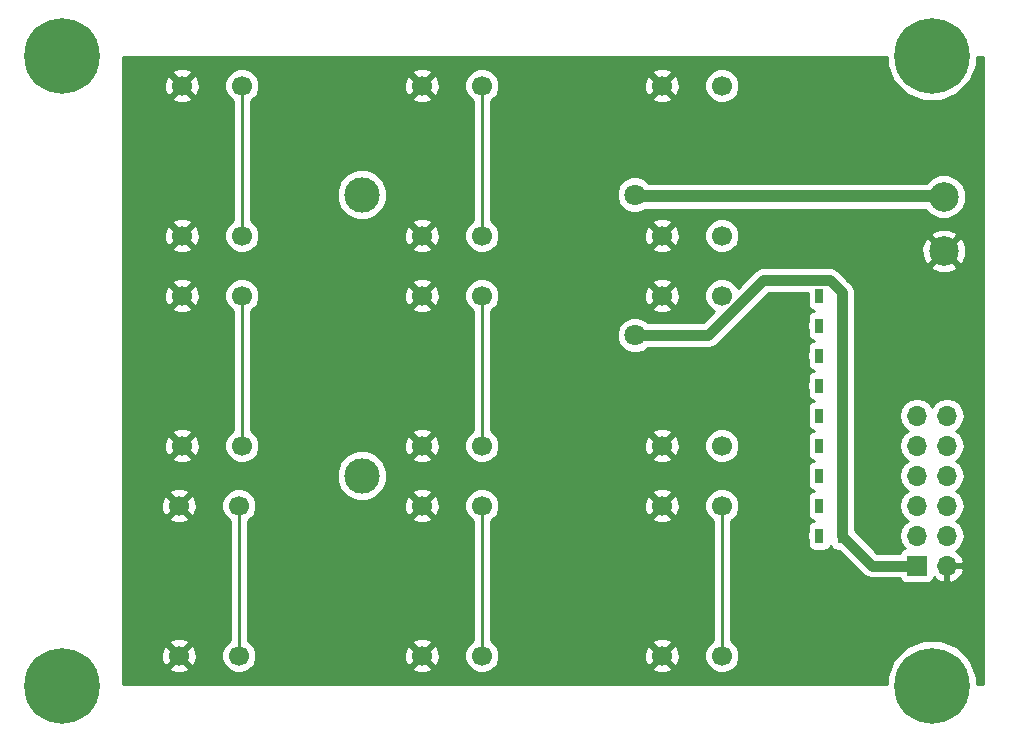
<source format=gbr>
G04 #@! TF.FileFunction,Copper,L2,Bot,Signal*
%FSLAX46Y46*%
G04 Gerber Fmt 4.6, Leading zero omitted, Abs format (unit mm)*
G04 Created by KiCad (PCBNEW 4.0.6) date 05/18/18 15:07:17*
%MOMM*%
%LPD*%
G01*
G04 APERTURE LIST*
%ADD10C,0.100000*%
%ADD11C,1.700000*%
%ADD12C,1.800000*%
%ADD13C,3.000000*%
%ADD14R,1.700000X1.700000*%
%ADD15O,1.700000X1.700000*%
%ADD16C,6.400000*%
%ADD17R,0.700000X1.300000*%
%ADD18C,2.500000*%
%ADD19C,0.600000*%
%ADD20C,1.000000*%
%ADD21C,0.900000*%
%ADD22C,0.250000*%
%ADD23C,0.254000*%
G04 APERTURE END LIST*
D10*
D11*
X124460000Y-149860000D03*
X129540000Y-149860000D03*
X129540000Y-137160000D03*
X124460000Y-137160000D03*
D12*
X122170000Y-128610000D03*
X122170000Y-140510000D03*
D13*
X99060000Y-128610000D03*
X99060000Y-152400000D03*
D14*
X146050000Y-160020000D03*
D15*
X148590000Y-160020000D03*
X146050000Y-157480000D03*
X148590000Y-157480000D03*
X146050000Y-154940000D03*
X148590000Y-154940000D03*
X146050000Y-152400000D03*
X148590000Y-152400000D03*
X146050000Y-149860000D03*
X148590000Y-149860000D03*
X146050000Y-147320000D03*
X148590000Y-147320000D03*
D16*
X147320000Y-170180000D03*
X147320000Y-116840000D03*
X73660000Y-116840000D03*
X73660000Y-170180000D03*
D17*
X139700000Y-157480000D03*
X137800000Y-157480000D03*
X139700000Y-154940000D03*
X137800000Y-154940000D03*
X139700000Y-152400000D03*
X137800000Y-152400000D03*
X139700000Y-149860000D03*
X137800000Y-149860000D03*
X139700000Y-147320000D03*
X137800000Y-147320000D03*
X137795000Y-137160000D03*
X139695000Y-137160000D03*
X137795000Y-139700000D03*
X139695000Y-139700000D03*
X137795000Y-142240000D03*
X139695000Y-142240000D03*
X137800000Y-144780000D03*
X139700000Y-144780000D03*
D11*
X83820000Y-149860000D03*
X88900000Y-149860000D03*
X88900000Y-137160000D03*
X83820000Y-137160000D03*
X83566000Y-167640000D03*
X88646000Y-167640000D03*
X88646000Y-154940000D03*
X83566000Y-154940000D03*
X104140000Y-167640000D03*
X109220000Y-167640000D03*
X109220000Y-154940000D03*
X104140000Y-154940000D03*
X124460000Y-167640000D03*
X129540000Y-167640000D03*
X129540000Y-154940000D03*
X124460000Y-154940000D03*
X104140000Y-149860000D03*
X109220000Y-149860000D03*
X109220000Y-137160000D03*
X104140000Y-137160000D03*
X83820000Y-132080000D03*
X88900000Y-132080000D03*
X88900000Y-119380000D03*
X83820000Y-119380000D03*
X104140000Y-132080000D03*
X109220000Y-132080000D03*
X109220000Y-119380000D03*
X104140000Y-119380000D03*
X124460000Y-132080000D03*
X129540000Y-132080000D03*
X129540000Y-119380000D03*
X124460000Y-119380000D03*
D18*
X148336000Y-128778000D03*
X148336000Y-133378000D03*
D19*
X137668000Y-157480000D03*
X137800000Y-154940000D03*
X137800000Y-152400000D03*
X137668000Y-139700000D03*
X137800000Y-149860000D03*
X137668000Y-142240000D03*
X137800000Y-147320000D03*
X137668000Y-144780000D03*
D20*
X148336000Y-128778000D02*
X148308000Y-128750000D01*
X148308000Y-128750000D02*
X122310000Y-128750000D01*
D21*
X139695000Y-137160000D02*
X139695000Y-136889998D01*
X139695000Y-136889998D02*
X138665001Y-135859999D01*
X138665001Y-135859999D02*
X133060003Y-135859999D01*
X133060003Y-135859999D02*
X128410002Y-140510000D01*
X128410002Y-140510000D02*
X123442792Y-140510000D01*
X123442792Y-140510000D02*
X122170000Y-140510000D01*
X139695000Y-139700000D02*
X139695000Y-137160000D01*
X139695000Y-142240000D02*
X139695000Y-139700000D01*
X139700000Y-144780000D02*
X139700000Y-142245000D01*
X139700000Y-142245000D02*
X139695000Y-142240000D01*
X139700000Y-147320000D02*
X139700000Y-144780000D01*
X139700000Y-147320000D02*
X139700000Y-149860000D01*
X139700000Y-152400000D02*
X139700000Y-149860000D01*
X139700000Y-154940000D02*
X139700000Y-152400000D01*
X139700000Y-157480000D02*
X139700000Y-154940000D01*
X146050000Y-160020000D02*
X142240000Y-160020000D01*
X142240000Y-160020000D02*
X139700000Y-157480000D01*
D22*
X139695000Y-136860000D02*
X139695000Y-137160000D01*
X88696800Y-154940000D02*
X88696800Y-167640000D01*
X109220000Y-154940000D02*
X109220000Y-167640000D01*
X129540000Y-154940000D02*
X129540000Y-167640000D01*
X109220000Y-132080000D02*
X109220000Y-119380000D01*
X88900000Y-149860000D02*
X88900000Y-137160000D01*
X88900000Y-132080000D02*
X88900000Y-119380000D01*
X109220000Y-149860000D02*
X109220000Y-137160000D01*
D23*
G36*
X143484336Y-117599482D02*
X144066950Y-119009515D01*
X145144811Y-120089259D01*
X146553825Y-120674333D01*
X148079482Y-120675664D01*
X149489515Y-120093050D01*
X150569259Y-119015189D01*
X151154333Y-117606175D01*
X151154891Y-116967000D01*
X151690000Y-116967000D01*
X151690000Y-170053000D01*
X151155112Y-170053000D01*
X151155664Y-169420518D01*
X150573050Y-168010485D01*
X149495189Y-166930741D01*
X148086175Y-166345667D01*
X146560518Y-166344336D01*
X145150485Y-166926950D01*
X144070741Y-168004811D01*
X143485667Y-169413825D01*
X143485109Y-170053000D01*
X78867000Y-170053000D01*
X78867000Y-168683958D01*
X82701647Y-168683958D01*
X82781920Y-168935259D01*
X83337279Y-169136718D01*
X83927458Y-169110315D01*
X84350080Y-168935259D01*
X84430353Y-168683958D01*
X83566000Y-167819605D01*
X82701647Y-168683958D01*
X78867000Y-168683958D01*
X78867000Y-167411279D01*
X82069282Y-167411279D01*
X82095685Y-168001458D01*
X82270741Y-168424080D01*
X82522042Y-168504353D01*
X83386395Y-167640000D01*
X83745605Y-167640000D01*
X84609958Y-168504353D01*
X84861259Y-168424080D01*
X85062718Y-167868721D01*
X85036315Y-167278542D01*
X84861259Y-166855920D01*
X84609958Y-166775647D01*
X83745605Y-167640000D01*
X83386395Y-167640000D01*
X82522042Y-166775647D01*
X82270741Y-166855920D01*
X82069282Y-167411279D01*
X78867000Y-167411279D01*
X78867000Y-166596042D01*
X82701647Y-166596042D01*
X83566000Y-167460395D01*
X84430353Y-166596042D01*
X84350080Y-166344741D01*
X83794721Y-166143282D01*
X83204542Y-166169685D01*
X82781920Y-166344741D01*
X82701647Y-166596042D01*
X78867000Y-166596042D01*
X78867000Y-155983958D01*
X82701647Y-155983958D01*
X82781920Y-156235259D01*
X83337279Y-156436718D01*
X83927458Y-156410315D01*
X84350080Y-156235259D01*
X84430353Y-155983958D01*
X83566000Y-155119605D01*
X82701647Y-155983958D01*
X78867000Y-155983958D01*
X78867000Y-154711279D01*
X82069282Y-154711279D01*
X82095685Y-155301458D01*
X82270741Y-155724080D01*
X82522042Y-155804353D01*
X83386395Y-154940000D01*
X83745605Y-154940000D01*
X84609958Y-155804353D01*
X84861259Y-155724080D01*
X85039005Y-155234089D01*
X87160743Y-155234089D01*
X87386344Y-155780086D01*
X87803717Y-156198188D01*
X87936800Y-156253449D01*
X87936800Y-166326263D01*
X87805914Y-166380344D01*
X87387812Y-166797717D01*
X87161258Y-167343319D01*
X87160743Y-167934089D01*
X87386344Y-168480086D01*
X87803717Y-168898188D01*
X88349319Y-169124742D01*
X88940089Y-169125257D01*
X89486086Y-168899656D01*
X89702160Y-168683958D01*
X103275647Y-168683958D01*
X103355920Y-168935259D01*
X103911279Y-169136718D01*
X104501458Y-169110315D01*
X104924080Y-168935259D01*
X105004353Y-168683958D01*
X104140000Y-167819605D01*
X103275647Y-168683958D01*
X89702160Y-168683958D01*
X89904188Y-168482283D01*
X90130742Y-167936681D01*
X90131200Y-167411279D01*
X102643282Y-167411279D01*
X102669685Y-168001458D01*
X102844741Y-168424080D01*
X103096042Y-168504353D01*
X103960395Y-167640000D01*
X104319605Y-167640000D01*
X105183958Y-168504353D01*
X105435259Y-168424080D01*
X105636718Y-167868721D01*
X105610315Y-167278542D01*
X105435259Y-166855920D01*
X105183958Y-166775647D01*
X104319605Y-167640000D01*
X103960395Y-167640000D01*
X103096042Y-166775647D01*
X102844741Y-166855920D01*
X102643282Y-167411279D01*
X90131200Y-167411279D01*
X90131257Y-167345911D01*
X89905656Y-166799914D01*
X89702140Y-166596042D01*
X103275647Y-166596042D01*
X104140000Y-167460395D01*
X105004353Y-166596042D01*
X104924080Y-166344741D01*
X104368721Y-166143282D01*
X103778542Y-166169685D01*
X103355920Y-166344741D01*
X103275647Y-166596042D01*
X89702140Y-166596042D01*
X89488283Y-166381812D01*
X89456800Y-166368739D01*
X89456800Y-156211757D01*
X89486086Y-156199656D01*
X89702160Y-155983958D01*
X103275647Y-155983958D01*
X103355920Y-156235259D01*
X103911279Y-156436718D01*
X104501458Y-156410315D01*
X104924080Y-156235259D01*
X105004353Y-155983958D01*
X104140000Y-155119605D01*
X103275647Y-155983958D01*
X89702160Y-155983958D01*
X89904188Y-155782283D01*
X90130742Y-155236681D01*
X90131200Y-154711279D01*
X102643282Y-154711279D01*
X102669685Y-155301458D01*
X102844741Y-155724080D01*
X103096042Y-155804353D01*
X103960395Y-154940000D01*
X104319605Y-154940000D01*
X105183958Y-155804353D01*
X105435259Y-155724080D01*
X105613005Y-155234089D01*
X107734743Y-155234089D01*
X107960344Y-155780086D01*
X108377717Y-156198188D01*
X108460000Y-156232355D01*
X108460000Y-166347253D01*
X108379914Y-166380344D01*
X107961812Y-166797717D01*
X107735258Y-167343319D01*
X107734743Y-167934089D01*
X107960344Y-168480086D01*
X108377717Y-168898188D01*
X108923319Y-169124742D01*
X109514089Y-169125257D01*
X110060086Y-168899656D01*
X110276160Y-168683958D01*
X123595647Y-168683958D01*
X123675920Y-168935259D01*
X124231279Y-169136718D01*
X124821458Y-169110315D01*
X125244080Y-168935259D01*
X125324353Y-168683958D01*
X124460000Y-167819605D01*
X123595647Y-168683958D01*
X110276160Y-168683958D01*
X110478188Y-168482283D01*
X110704742Y-167936681D01*
X110705200Y-167411279D01*
X122963282Y-167411279D01*
X122989685Y-168001458D01*
X123164741Y-168424080D01*
X123416042Y-168504353D01*
X124280395Y-167640000D01*
X124639605Y-167640000D01*
X125503958Y-168504353D01*
X125755259Y-168424080D01*
X125956718Y-167868721D01*
X125930315Y-167278542D01*
X125755259Y-166855920D01*
X125503958Y-166775647D01*
X124639605Y-167640000D01*
X124280395Y-167640000D01*
X123416042Y-166775647D01*
X123164741Y-166855920D01*
X122963282Y-167411279D01*
X110705200Y-167411279D01*
X110705257Y-167345911D01*
X110479656Y-166799914D01*
X110276140Y-166596042D01*
X123595647Y-166596042D01*
X124460000Y-167460395D01*
X125324353Y-166596042D01*
X125244080Y-166344741D01*
X124688721Y-166143282D01*
X124098542Y-166169685D01*
X123675920Y-166344741D01*
X123595647Y-166596042D01*
X110276140Y-166596042D01*
X110062283Y-166381812D01*
X109980000Y-166347645D01*
X109980000Y-156232747D01*
X110060086Y-156199656D01*
X110276160Y-155983958D01*
X123595647Y-155983958D01*
X123675920Y-156235259D01*
X124231279Y-156436718D01*
X124821458Y-156410315D01*
X125244080Y-156235259D01*
X125324353Y-155983958D01*
X124460000Y-155119605D01*
X123595647Y-155983958D01*
X110276160Y-155983958D01*
X110478188Y-155782283D01*
X110704742Y-155236681D01*
X110705200Y-154711279D01*
X122963282Y-154711279D01*
X122989685Y-155301458D01*
X123164741Y-155724080D01*
X123416042Y-155804353D01*
X124280395Y-154940000D01*
X124639605Y-154940000D01*
X125503958Y-155804353D01*
X125755259Y-155724080D01*
X125933005Y-155234089D01*
X128054743Y-155234089D01*
X128280344Y-155780086D01*
X128697717Y-156198188D01*
X128780000Y-156232355D01*
X128780000Y-166347253D01*
X128699914Y-166380344D01*
X128281812Y-166797717D01*
X128055258Y-167343319D01*
X128054743Y-167934089D01*
X128280344Y-168480086D01*
X128697717Y-168898188D01*
X129243319Y-169124742D01*
X129834089Y-169125257D01*
X130380086Y-168899656D01*
X130798188Y-168482283D01*
X131024742Y-167936681D01*
X131025257Y-167345911D01*
X130799656Y-166799914D01*
X130382283Y-166381812D01*
X130300000Y-166347645D01*
X130300000Y-156232747D01*
X130380086Y-156199656D01*
X130798188Y-155782283D01*
X131024742Y-155236681D01*
X131025257Y-154645911D01*
X130799656Y-154099914D01*
X130382283Y-153681812D01*
X129836681Y-153455258D01*
X129245911Y-153454743D01*
X128699914Y-153680344D01*
X128281812Y-154097717D01*
X128055258Y-154643319D01*
X128054743Y-155234089D01*
X125933005Y-155234089D01*
X125956718Y-155168721D01*
X125930315Y-154578542D01*
X125755259Y-154155920D01*
X125503958Y-154075647D01*
X124639605Y-154940000D01*
X124280395Y-154940000D01*
X123416042Y-154075647D01*
X123164741Y-154155920D01*
X122963282Y-154711279D01*
X110705200Y-154711279D01*
X110705257Y-154645911D01*
X110479656Y-154099914D01*
X110276140Y-153896042D01*
X123595647Y-153896042D01*
X124460000Y-154760395D01*
X125324353Y-153896042D01*
X125244080Y-153644741D01*
X124688721Y-153443282D01*
X124098542Y-153469685D01*
X123675920Y-153644741D01*
X123595647Y-153896042D01*
X110276140Y-153896042D01*
X110062283Y-153681812D01*
X109516681Y-153455258D01*
X108925911Y-153454743D01*
X108379914Y-153680344D01*
X107961812Y-154097717D01*
X107735258Y-154643319D01*
X107734743Y-155234089D01*
X105613005Y-155234089D01*
X105636718Y-155168721D01*
X105610315Y-154578542D01*
X105435259Y-154155920D01*
X105183958Y-154075647D01*
X104319605Y-154940000D01*
X103960395Y-154940000D01*
X103096042Y-154075647D01*
X102844741Y-154155920D01*
X102643282Y-154711279D01*
X90131200Y-154711279D01*
X90131257Y-154645911D01*
X89905656Y-154099914D01*
X89488283Y-153681812D01*
X88942681Y-153455258D01*
X88351911Y-153454743D01*
X87805914Y-153680344D01*
X87387812Y-154097717D01*
X87161258Y-154643319D01*
X87160743Y-155234089D01*
X85039005Y-155234089D01*
X85062718Y-155168721D01*
X85036315Y-154578542D01*
X84861259Y-154155920D01*
X84609958Y-154075647D01*
X83745605Y-154940000D01*
X83386395Y-154940000D01*
X82522042Y-154075647D01*
X82270741Y-154155920D01*
X82069282Y-154711279D01*
X78867000Y-154711279D01*
X78867000Y-153896042D01*
X82701647Y-153896042D01*
X83566000Y-154760395D01*
X84430353Y-153896042D01*
X84350080Y-153644741D01*
X83794721Y-153443282D01*
X83204542Y-153469685D01*
X82781920Y-153644741D01*
X82701647Y-153896042D01*
X78867000Y-153896042D01*
X78867000Y-152822815D01*
X96924630Y-152822815D01*
X97248980Y-153607800D01*
X97849041Y-154208909D01*
X98633459Y-154534628D01*
X99482815Y-154535370D01*
X100267800Y-154211020D01*
X100583328Y-153896042D01*
X103275647Y-153896042D01*
X104140000Y-154760395D01*
X105004353Y-153896042D01*
X104924080Y-153644741D01*
X104368721Y-153443282D01*
X103778542Y-153469685D01*
X103355920Y-153644741D01*
X103275647Y-153896042D01*
X100583328Y-153896042D01*
X100868909Y-153610959D01*
X101194628Y-152826541D01*
X101195370Y-151977185D01*
X100871020Y-151192200D01*
X100583281Y-150903958D01*
X103275647Y-150903958D01*
X103355920Y-151155259D01*
X103911279Y-151356718D01*
X104501458Y-151330315D01*
X104924080Y-151155259D01*
X105004353Y-150903958D01*
X104140000Y-150039605D01*
X103275647Y-150903958D01*
X100583281Y-150903958D01*
X100270959Y-150591091D01*
X99486541Y-150265372D01*
X98637185Y-150264630D01*
X97852200Y-150588980D01*
X97251091Y-151189041D01*
X96925372Y-151973459D01*
X96924630Y-152822815D01*
X78867000Y-152822815D01*
X78867000Y-150903958D01*
X82955647Y-150903958D01*
X83035920Y-151155259D01*
X83591279Y-151356718D01*
X84181458Y-151330315D01*
X84604080Y-151155259D01*
X84684353Y-150903958D01*
X83820000Y-150039605D01*
X82955647Y-150903958D01*
X78867000Y-150903958D01*
X78867000Y-149631279D01*
X82323282Y-149631279D01*
X82349685Y-150221458D01*
X82524741Y-150644080D01*
X82776042Y-150724353D01*
X83640395Y-149860000D01*
X83999605Y-149860000D01*
X84863958Y-150724353D01*
X85115259Y-150644080D01*
X85316718Y-150088721D01*
X85290315Y-149498542D01*
X85115259Y-149075920D01*
X84863958Y-148995647D01*
X83999605Y-149860000D01*
X83640395Y-149860000D01*
X82776042Y-148995647D01*
X82524741Y-149075920D01*
X82323282Y-149631279D01*
X78867000Y-149631279D01*
X78867000Y-148816042D01*
X82955647Y-148816042D01*
X83820000Y-149680395D01*
X84684353Y-148816042D01*
X84604080Y-148564741D01*
X84048721Y-148363282D01*
X83458542Y-148389685D01*
X83035920Y-148564741D01*
X82955647Y-148816042D01*
X78867000Y-148816042D01*
X78867000Y-138203958D01*
X82955647Y-138203958D01*
X83035920Y-138455259D01*
X83591279Y-138656718D01*
X84181458Y-138630315D01*
X84604080Y-138455259D01*
X84684353Y-138203958D01*
X83820000Y-137339605D01*
X82955647Y-138203958D01*
X78867000Y-138203958D01*
X78867000Y-136931279D01*
X82323282Y-136931279D01*
X82349685Y-137521458D01*
X82524741Y-137944080D01*
X82776042Y-138024353D01*
X83640395Y-137160000D01*
X83999605Y-137160000D01*
X84863958Y-138024353D01*
X85115259Y-137944080D01*
X85293005Y-137454089D01*
X87414743Y-137454089D01*
X87640344Y-138000086D01*
X88057717Y-138418188D01*
X88140000Y-138452355D01*
X88140000Y-148567253D01*
X88059914Y-148600344D01*
X87641812Y-149017717D01*
X87415258Y-149563319D01*
X87414743Y-150154089D01*
X87640344Y-150700086D01*
X88057717Y-151118188D01*
X88603319Y-151344742D01*
X89194089Y-151345257D01*
X89740086Y-151119656D01*
X90158188Y-150702283D01*
X90384742Y-150156681D01*
X90385200Y-149631279D01*
X102643282Y-149631279D01*
X102669685Y-150221458D01*
X102844741Y-150644080D01*
X103096042Y-150724353D01*
X103960395Y-149860000D01*
X104319605Y-149860000D01*
X105183958Y-150724353D01*
X105435259Y-150644080D01*
X105636718Y-150088721D01*
X105610315Y-149498542D01*
X105435259Y-149075920D01*
X105183958Y-148995647D01*
X104319605Y-149860000D01*
X103960395Y-149860000D01*
X103096042Y-148995647D01*
X102844741Y-149075920D01*
X102643282Y-149631279D01*
X90385200Y-149631279D01*
X90385257Y-149565911D01*
X90159656Y-149019914D01*
X89956140Y-148816042D01*
X103275647Y-148816042D01*
X104140000Y-149680395D01*
X105004353Y-148816042D01*
X104924080Y-148564741D01*
X104368721Y-148363282D01*
X103778542Y-148389685D01*
X103355920Y-148564741D01*
X103275647Y-148816042D01*
X89956140Y-148816042D01*
X89742283Y-148601812D01*
X89660000Y-148567645D01*
X89660000Y-138452747D01*
X89740086Y-138419656D01*
X89956160Y-138203958D01*
X103275647Y-138203958D01*
X103355920Y-138455259D01*
X103911279Y-138656718D01*
X104501458Y-138630315D01*
X104924080Y-138455259D01*
X105004353Y-138203958D01*
X104140000Y-137339605D01*
X103275647Y-138203958D01*
X89956160Y-138203958D01*
X90158188Y-138002283D01*
X90384742Y-137456681D01*
X90385200Y-136931279D01*
X102643282Y-136931279D01*
X102669685Y-137521458D01*
X102844741Y-137944080D01*
X103096042Y-138024353D01*
X103960395Y-137160000D01*
X104319605Y-137160000D01*
X105183958Y-138024353D01*
X105435259Y-137944080D01*
X105613005Y-137454089D01*
X107734743Y-137454089D01*
X107960344Y-138000086D01*
X108377717Y-138418188D01*
X108460000Y-138452355D01*
X108460000Y-148567253D01*
X108379914Y-148600344D01*
X107961812Y-149017717D01*
X107735258Y-149563319D01*
X107734743Y-150154089D01*
X107960344Y-150700086D01*
X108377717Y-151118188D01*
X108923319Y-151344742D01*
X109514089Y-151345257D01*
X110060086Y-151119656D01*
X110276160Y-150903958D01*
X123595647Y-150903958D01*
X123675920Y-151155259D01*
X124231279Y-151356718D01*
X124821458Y-151330315D01*
X125244080Y-151155259D01*
X125324353Y-150903958D01*
X124460000Y-150039605D01*
X123595647Y-150903958D01*
X110276160Y-150903958D01*
X110478188Y-150702283D01*
X110704742Y-150156681D01*
X110705200Y-149631279D01*
X122963282Y-149631279D01*
X122989685Y-150221458D01*
X123164741Y-150644080D01*
X123416042Y-150724353D01*
X124280395Y-149860000D01*
X124639605Y-149860000D01*
X125503958Y-150724353D01*
X125755259Y-150644080D01*
X125933005Y-150154089D01*
X128054743Y-150154089D01*
X128280344Y-150700086D01*
X128697717Y-151118188D01*
X129243319Y-151344742D01*
X129834089Y-151345257D01*
X130380086Y-151119656D01*
X130798188Y-150702283D01*
X131024742Y-150156681D01*
X131025257Y-149565911D01*
X130799656Y-149019914D01*
X130382283Y-148601812D01*
X129836681Y-148375258D01*
X129245911Y-148374743D01*
X128699914Y-148600344D01*
X128281812Y-149017717D01*
X128055258Y-149563319D01*
X128054743Y-150154089D01*
X125933005Y-150154089D01*
X125956718Y-150088721D01*
X125930315Y-149498542D01*
X125755259Y-149075920D01*
X125503958Y-148995647D01*
X124639605Y-149860000D01*
X124280395Y-149860000D01*
X123416042Y-148995647D01*
X123164741Y-149075920D01*
X122963282Y-149631279D01*
X110705200Y-149631279D01*
X110705257Y-149565911D01*
X110479656Y-149019914D01*
X110276140Y-148816042D01*
X123595647Y-148816042D01*
X124460000Y-149680395D01*
X125324353Y-148816042D01*
X125244080Y-148564741D01*
X124688721Y-148363282D01*
X124098542Y-148389685D01*
X123675920Y-148564741D01*
X123595647Y-148816042D01*
X110276140Y-148816042D01*
X110062283Y-148601812D01*
X109980000Y-148567645D01*
X109980000Y-140813991D01*
X120634735Y-140813991D01*
X120867932Y-141378371D01*
X121299357Y-141810551D01*
X121863330Y-142044733D01*
X122473991Y-142045265D01*
X123038371Y-141812068D01*
X123255819Y-141595000D01*
X128410002Y-141595000D01*
X128825214Y-141512409D01*
X129177213Y-141277211D01*
X133509425Y-136944999D01*
X136797560Y-136944999D01*
X136797560Y-137810000D01*
X136841838Y-138045317D01*
X136980910Y-138261441D01*
X137193110Y-138406431D01*
X137304523Y-138428993D01*
X137209683Y-138446838D01*
X136993559Y-138585910D01*
X136848569Y-138798110D01*
X136797560Y-139050000D01*
X136797560Y-139358114D01*
X136733162Y-139513201D01*
X136732838Y-139885167D01*
X136797560Y-140041807D01*
X136797560Y-140350000D01*
X136841838Y-140585317D01*
X136980910Y-140801441D01*
X137193110Y-140946431D01*
X137304523Y-140968993D01*
X137209683Y-140986838D01*
X136993559Y-141125910D01*
X136848569Y-141338110D01*
X136797560Y-141590000D01*
X136797560Y-141898114D01*
X136733162Y-142053201D01*
X136732838Y-142425167D01*
X136797560Y-142581807D01*
X136797560Y-142890000D01*
X136841838Y-143125317D01*
X136980910Y-143341441D01*
X137193110Y-143486431D01*
X137306931Y-143509480D01*
X137214683Y-143526838D01*
X136998559Y-143665910D01*
X136853569Y-143878110D01*
X136802560Y-144130000D01*
X136802560Y-144426073D01*
X136733162Y-144593201D01*
X136732838Y-144965167D01*
X136802560Y-145133908D01*
X136802560Y-145430000D01*
X136846838Y-145665317D01*
X136985910Y-145881441D01*
X137198110Y-146026431D01*
X137309523Y-146048993D01*
X137214683Y-146066838D01*
X136998559Y-146205910D01*
X136853569Y-146418110D01*
X136802560Y-146670000D01*
X136802560Y-147970000D01*
X136846838Y-148205317D01*
X136985910Y-148421441D01*
X137198110Y-148566431D01*
X137309523Y-148588993D01*
X137214683Y-148606838D01*
X136998559Y-148745910D01*
X136853569Y-148958110D01*
X136802560Y-149210000D01*
X136802560Y-150510000D01*
X136846838Y-150745317D01*
X136985910Y-150961441D01*
X137198110Y-151106431D01*
X137309523Y-151128993D01*
X137214683Y-151146838D01*
X136998559Y-151285910D01*
X136853569Y-151498110D01*
X136802560Y-151750000D01*
X136802560Y-153050000D01*
X136846838Y-153285317D01*
X136985910Y-153501441D01*
X137198110Y-153646431D01*
X137309523Y-153668993D01*
X137214683Y-153686838D01*
X136998559Y-153825910D01*
X136853569Y-154038110D01*
X136802560Y-154290000D01*
X136802560Y-155590000D01*
X136846838Y-155825317D01*
X136985910Y-156041441D01*
X137198110Y-156186431D01*
X137309523Y-156208993D01*
X137214683Y-156226838D01*
X136998559Y-156365910D01*
X136853569Y-156578110D01*
X136802560Y-156830000D01*
X136802560Y-157126073D01*
X136733162Y-157293201D01*
X136732838Y-157665167D01*
X136802560Y-157833908D01*
X136802560Y-158130000D01*
X136846838Y-158365317D01*
X136985910Y-158581441D01*
X137198110Y-158726431D01*
X137450000Y-158777440D01*
X138150000Y-158777440D01*
X138385317Y-158733162D01*
X138601441Y-158594090D01*
X138746431Y-158381890D01*
X138749081Y-158368803D01*
X138885910Y-158581441D01*
X139098110Y-158726431D01*
X139350000Y-158777440D01*
X139463018Y-158777440D01*
X141472789Y-160787211D01*
X141824788Y-161022409D01*
X142240000Y-161105000D01*
X144596778Y-161105000D01*
X144596838Y-161105317D01*
X144735910Y-161321441D01*
X144948110Y-161466431D01*
X145200000Y-161517440D01*
X146900000Y-161517440D01*
X147135317Y-161473162D01*
X147351441Y-161334090D01*
X147496431Y-161121890D01*
X147519555Y-161007699D01*
X147708642Y-161215183D01*
X148233108Y-161461486D01*
X148463000Y-161340819D01*
X148463000Y-160147000D01*
X148717000Y-160147000D01*
X148717000Y-161340819D01*
X148946892Y-161461486D01*
X149471358Y-161215183D01*
X149861645Y-160786924D01*
X150031476Y-160376890D01*
X149910155Y-160147000D01*
X148717000Y-160147000D01*
X148463000Y-160147000D01*
X148443000Y-160147000D01*
X148443000Y-159893000D01*
X148463000Y-159893000D01*
X148463000Y-159873000D01*
X148717000Y-159873000D01*
X148717000Y-159893000D01*
X149910155Y-159893000D01*
X150031476Y-159663110D01*
X149861645Y-159253076D01*
X149471358Y-158824817D01*
X149328447Y-158757702D01*
X149669147Y-158530054D01*
X149991054Y-158048285D01*
X150104093Y-157480000D01*
X149991054Y-156911715D01*
X149669147Y-156429946D01*
X149339974Y-156210000D01*
X149669147Y-155990054D01*
X149991054Y-155508285D01*
X150104093Y-154940000D01*
X149991054Y-154371715D01*
X149669147Y-153889946D01*
X149339974Y-153670000D01*
X149669147Y-153450054D01*
X149991054Y-152968285D01*
X150104093Y-152400000D01*
X149991054Y-151831715D01*
X149669147Y-151349946D01*
X149339974Y-151130000D01*
X149669147Y-150910054D01*
X149991054Y-150428285D01*
X150104093Y-149860000D01*
X149991054Y-149291715D01*
X149669147Y-148809946D01*
X149339974Y-148590000D01*
X149669147Y-148370054D01*
X149991054Y-147888285D01*
X150104093Y-147320000D01*
X149991054Y-146751715D01*
X149669147Y-146269946D01*
X149187378Y-145948039D01*
X148619093Y-145835000D01*
X148560907Y-145835000D01*
X147992622Y-145948039D01*
X147510853Y-146269946D01*
X147320000Y-146555578D01*
X147129147Y-146269946D01*
X146647378Y-145948039D01*
X146079093Y-145835000D01*
X146020907Y-145835000D01*
X145452622Y-145948039D01*
X144970853Y-146269946D01*
X144648946Y-146751715D01*
X144535907Y-147320000D01*
X144648946Y-147888285D01*
X144970853Y-148370054D01*
X145300026Y-148590000D01*
X144970853Y-148809946D01*
X144648946Y-149291715D01*
X144535907Y-149860000D01*
X144648946Y-150428285D01*
X144970853Y-150910054D01*
X145300026Y-151130000D01*
X144970853Y-151349946D01*
X144648946Y-151831715D01*
X144535907Y-152400000D01*
X144648946Y-152968285D01*
X144970853Y-153450054D01*
X145300026Y-153670000D01*
X144970853Y-153889946D01*
X144648946Y-154371715D01*
X144535907Y-154940000D01*
X144648946Y-155508285D01*
X144970853Y-155990054D01*
X145300026Y-156210000D01*
X144970853Y-156429946D01*
X144648946Y-156911715D01*
X144535907Y-157480000D01*
X144648946Y-158048285D01*
X144970853Y-158530054D01*
X145012452Y-158557850D01*
X144964683Y-158566838D01*
X144748559Y-158705910D01*
X144603569Y-158918110D01*
X144600149Y-158935000D01*
X142689422Y-158935000D01*
X140785000Y-157030578D01*
X140785000Y-142245000D01*
X140780000Y-142219863D01*
X140780000Y-136890003D01*
X140780001Y-136889998D01*
X140697410Y-136474787D01*
X140681269Y-136450630D01*
X140648162Y-136274683D01*
X140509090Y-136058559D01*
X140296890Y-135913569D01*
X140241846Y-135902422D01*
X139432212Y-135092788D01*
X139299515Y-135004123D01*
X139080213Y-134857590D01*
X138665001Y-134774999D01*
X133060003Y-134774999D01*
X132644791Y-134857590D01*
X132425489Y-135004123D01*
X132292792Y-135092788D01*
X130877432Y-136508148D01*
X130799656Y-136319914D01*
X130382283Y-135901812D01*
X129836681Y-135675258D01*
X129245911Y-135674743D01*
X128699914Y-135900344D01*
X128281812Y-136317717D01*
X128055258Y-136863319D01*
X128054743Y-137454089D01*
X128280344Y-138000086D01*
X128697717Y-138418188D01*
X128888268Y-138497312D01*
X127960580Y-139425000D01*
X123255817Y-139425000D01*
X123040643Y-139209449D01*
X122476670Y-138975267D01*
X121866009Y-138974735D01*
X121301629Y-139207932D01*
X120869449Y-139639357D01*
X120635267Y-140203330D01*
X120634735Y-140813991D01*
X109980000Y-140813991D01*
X109980000Y-138452747D01*
X110060086Y-138419656D01*
X110276160Y-138203958D01*
X123595647Y-138203958D01*
X123675920Y-138455259D01*
X124231279Y-138656718D01*
X124821458Y-138630315D01*
X125244080Y-138455259D01*
X125324353Y-138203958D01*
X124460000Y-137339605D01*
X123595647Y-138203958D01*
X110276160Y-138203958D01*
X110478188Y-138002283D01*
X110704742Y-137456681D01*
X110705200Y-136931279D01*
X122963282Y-136931279D01*
X122989685Y-137521458D01*
X123164741Y-137944080D01*
X123416042Y-138024353D01*
X124280395Y-137160000D01*
X124639605Y-137160000D01*
X125503958Y-138024353D01*
X125755259Y-137944080D01*
X125956718Y-137388721D01*
X125930315Y-136798542D01*
X125755259Y-136375920D01*
X125503958Y-136295647D01*
X124639605Y-137160000D01*
X124280395Y-137160000D01*
X123416042Y-136295647D01*
X123164741Y-136375920D01*
X122963282Y-136931279D01*
X110705200Y-136931279D01*
X110705257Y-136865911D01*
X110479656Y-136319914D01*
X110276140Y-136116042D01*
X123595647Y-136116042D01*
X124460000Y-136980395D01*
X125324353Y-136116042D01*
X125244080Y-135864741D01*
X124688721Y-135663282D01*
X124098542Y-135689685D01*
X123675920Y-135864741D01*
X123595647Y-136116042D01*
X110276140Y-136116042D01*
X110062283Y-135901812D01*
X109516681Y-135675258D01*
X108925911Y-135674743D01*
X108379914Y-135900344D01*
X107961812Y-136317717D01*
X107735258Y-136863319D01*
X107734743Y-137454089D01*
X105613005Y-137454089D01*
X105636718Y-137388721D01*
X105610315Y-136798542D01*
X105435259Y-136375920D01*
X105183958Y-136295647D01*
X104319605Y-137160000D01*
X103960395Y-137160000D01*
X103096042Y-136295647D01*
X102844741Y-136375920D01*
X102643282Y-136931279D01*
X90385200Y-136931279D01*
X90385257Y-136865911D01*
X90159656Y-136319914D01*
X89956140Y-136116042D01*
X103275647Y-136116042D01*
X104140000Y-136980395D01*
X105004353Y-136116042D01*
X104924080Y-135864741D01*
X104368721Y-135663282D01*
X103778542Y-135689685D01*
X103355920Y-135864741D01*
X103275647Y-136116042D01*
X89956140Y-136116042D01*
X89742283Y-135901812D01*
X89196681Y-135675258D01*
X88605911Y-135674743D01*
X88059914Y-135900344D01*
X87641812Y-136317717D01*
X87415258Y-136863319D01*
X87414743Y-137454089D01*
X85293005Y-137454089D01*
X85316718Y-137388721D01*
X85290315Y-136798542D01*
X85115259Y-136375920D01*
X84863958Y-136295647D01*
X83999605Y-137160000D01*
X83640395Y-137160000D01*
X82776042Y-136295647D01*
X82524741Y-136375920D01*
X82323282Y-136931279D01*
X78867000Y-136931279D01*
X78867000Y-136116042D01*
X82955647Y-136116042D01*
X83820000Y-136980395D01*
X84684353Y-136116042D01*
X84604080Y-135864741D01*
X84048721Y-135663282D01*
X83458542Y-135689685D01*
X83035920Y-135864741D01*
X82955647Y-136116042D01*
X78867000Y-136116042D01*
X78867000Y-134711320D01*
X147182285Y-134711320D01*
X147311533Y-135004123D01*
X148011806Y-135272388D01*
X148761435Y-135252250D01*
X149360467Y-135004123D01*
X149489715Y-134711320D01*
X148336000Y-133557605D01*
X147182285Y-134711320D01*
X78867000Y-134711320D01*
X78867000Y-133123958D01*
X82955647Y-133123958D01*
X83035920Y-133375259D01*
X83591279Y-133576718D01*
X84181458Y-133550315D01*
X84604080Y-133375259D01*
X84684353Y-133123958D01*
X83820000Y-132259605D01*
X82955647Y-133123958D01*
X78867000Y-133123958D01*
X78867000Y-131851279D01*
X82323282Y-131851279D01*
X82349685Y-132441458D01*
X82524741Y-132864080D01*
X82776042Y-132944353D01*
X83640395Y-132080000D01*
X83999605Y-132080000D01*
X84863958Y-132944353D01*
X85115259Y-132864080D01*
X85316718Y-132308721D01*
X85290315Y-131718542D01*
X85115259Y-131295920D01*
X84863958Y-131215647D01*
X83999605Y-132080000D01*
X83640395Y-132080000D01*
X82776042Y-131215647D01*
X82524741Y-131295920D01*
X82323282Y-131851279D01*
X78867000Y-131851279D01*
X78867000Y-131036042D01*
X82955647Y-131036042D01*
X83820000Y-131900395D01*
X84684353Y-131036042D01*
X84604080Y-130784741D01*
X84048721Y-130583282D01*
X83458542Y-130609685D01*
X83035920Y-130784741D01*
X82955647Y-131036042D01*
X78867000Y-131036042D01*
X78867000Y-120423958D01*
X82955647Y-120423958D01*
X83035920Y-120675259D01*
X83591279Y-120876718D01*
X84181458Y-120850315D01*
X84604080Y-120675259D01*
X84684353Y-120423958D01*
X83820000Y-119559605D01*
X82955647Y-120423958D01*
X78867000Y-120423958D01*
X78867000Y-119151279D01*
X82323282Y-119151279D01*
X82349685Y-119741458D01*
X82524741Y-120164080D01*
X82776042Y-120244353D01*
X83640395Y-119380000D01*
X83999605Y-119380000D01*
X84863958Y-120244353D01*
X85115259Y-120164080D01*
X85293005Y-119674089D01*
X87414743Y-119674089D01*
X87640344Y-120220086D01*
X88057717Y-120638188D01*
X88140000Y-120672355D01*
X88140000Y-130787253D01*
X88059914Y-130820344D01*
X87641812Y-131237717D01*
X87415258Y-131783319D01*
X87414743Y-132374089D01*
X87640344Y-132920086D01*
X88057717Y-133338188D01*
X88603319Y-133564742D01*
X89194089Y-133565257D01*
X89740086Y-133339656D01*
X89956160Y-133123958D01*
X103275647Y-133123958D01*
X103355920Y-133375259D01*
X103911279Y-133576718D01*
X104501458Y-133550315D01*
X104924080Y-133375259D01*
X105004353Y-133123958D01*
X104140000Y-132259605D01*
X103275647Y-133123958D01*
X89956160Y-133123958D01*
X90158188Y-132922283D01*
X90384742Y-132376681D01*
X90385200Y-131851279D01*
X102643282Y-131851279D01*
X102669685Y-132441458D01*
X102844741Y-132864080D01*
X103096042Y-132944353D01*
X103960395Y-132080000D01*
X104319605Y-132080000D01*
X105183958Y-132944353D01*
X105435259Y-132864080D01*
X105636718Y-132308721D01*
X105610315Y-131718542D01*
X105435259Y-131295920D01*
X105183958Y-131215647D01*
X104319605Y-132080000D01*
X103960395Y-132080000D01*
X103096042Y-131215647D01*
X102844741Y-131295920D01*
X102643282Y-131851279D01*
X90385200Y-131851279D01*
X90385257Y-131785911D01*
X90159656Y-131239914D01*
X89956140Y-131036042D01*
X103275647Y-131036042D01*
X104140000Y-131900395D01*
X105004353Y-131036042D01*
X104924080Y-130784741D01*
X104368721Y-130583282D01*
X103778542Y-130609685D01*
X103355920Y-130784741D01*
X103275647Y-131036042D01*
X89956140Y-131036042D01*
X89742283Y-130821812D01*
X89660000Y-130787645D01*
X89660000Y-129032815D01*
X96924630Y-129032815D01*
X97248980Y-129817800D01*
X97849041Y-130418909D01*
X98633459Y-130744628D01*
X99482815Y-130745370D01*
X100267800Y-130421020D01*
X100868909Y-129820959D01*
X101194628Y-129036541D01*
X101195370Y-128187185D01*
X100871020Y-127402200D01*
X100270959Y-126801091D01*
X99486541Y-126475372D01*
X98637185Y-126474630D01*
X97852200Y-126798980D01*
X97251091Y-127399041D01*
X96925372Y-128183459D01*
X96924630Y-129032815D01*
X89660000Y-129032815D01*
X89660000Y-120672747D01*
X89740086Y-120639656D01*
X89956160Y-120423958D01*
X103275647Y-120423958D01*
X103355920Y-120675259D01*
X103911279Y-120876718D01*
X104501458Y-120850315D01*
X104924080Y-120675259D01*
X105004353Y-120423958D01*
X104140000Y-119559605D01*
X103275647Y-120423958D01*
X89956160Y-120423958D01*
X90158188Y-120222283D01*
X90384742Y-119676681D01*
X90385200Y-119151279D01*
X102643282Y-119151279D01*
X102669685Y-119741458D01*
X102844741Y-120164080D01*
X103096042Y-120244353D01*
X103960395Y-119380000D01*
X104319605Y-119380000D01*
X105183958Y-120244353D01*
X105435259Y-120164080D01*
X105613005Y-119674089D01*
X107734743Y-119674089D01*
X107960344Y-120220086D01*
X108377717Y-120638188D01*
X108460000Y-120672355D01*
X108460000Y-130787253D01*
X108379914Y-130820344D01*
X107961812Y-131237717D01*
X107735258Y-131783319D01*
X107734743Y-132374089D01*
X107960344Y-132920086D01*
X108377717Y-133338188D01*
X108923319Y-133564742D01*
X109514089Y-133565257D01*
X110060086Y-133339656D01*
X110276160Y-133123958D01*
X123595647Y-133123958D01*
X123675920Y-133375259D01*
X124231279Y-133576718D01*
X124821458Y-133550315D01*
X125244080Y-133375259D01*
X125324353Y-133123958D01*
X124460000Y-132259605D01*
X123595647Y-133123958D01*
X110276160Y-133123958D01*
X110478188Y-132922283D01*
X110704742Y-132376681D01*
X110705200Y-131851279D01*
X122963282Y-131851279D01*
X122989685Y-132441458D01*
X123164741Y-132864080D01*
X123416042Y-132944353D01*
X124280395Y-132080000D01*
X124639605Y-132080000D01*
X125503958Y-132944353D01*
X125755259Y-132864080D01*
X125933005Y-132374089D01*
X128054743Y-132374089D01*
X128280344Y-132920086D01*
X128697717Y-133338188D01*
X129243319Y-133564742D01*
X129834089Y-133565257D01*
X130380086Y-133339656D01*
X130666435Y-133053806D01*
X146441612Y-133053806D01*
X146461750Y-133803435D01*
X146709877Y-134402467D01*
X147002680Y-134531715D01*
X148156395Y-133378000D01*
X148515605Y-133378000D01*
X149669320Y-134531715D01*
X149962123Y-134402467D01*
X150230388Y-133702194D01*
X150210250Y-132952565D01*
X149962123Y-132353533D01*
X149669320Y-132224285D01*
X148515605Y-133378000D01*
X148156395Y-133378000D01*
X147002680Y-132224285D01*
X146709877Y-132353533D01*
X146441612Y-133053806D01*
X130666435Y-133053806D01*
X130798188Y-132922283D01*
X131024742Y-132376681D01*
X131025031Y-132044680D01*
X147182285Y-132044680D01*
X148336000Y-133198395D01*
X149489715Y-132044680D01*
X149360467Y-131751877D01*
X148660194Y-131483612D01*
X147910565Y-131503750D01*
X147311533Y-131751877D01*
X147182285Y-132044680D01*
X131025031Y-132044680D01*
X131025257Y-131785911D01*
X130799656Y-131239914D01*
X130382283Y-130821812D01*
X129836681Y-130595258D01*
X129245911Y-130594743D01*
X128699914Y-130820344D01*
X128281812Y-131237717D01*
X128055258Y-131783319D01*
X128054743Y-132374089D01*
X125933005Y-132374089D01*
X125956718Y-132308721D01*
X125930315Y-131718542D01*
X125755259Y-131295920D01*
X125503958Y-131215647D01*
X124639605Y-132080000D01*
X124280395Y-132080000D01*
X123416042Y-131215647D01*
X123164741Y-131295920D01*
X122963282Y-131851279D01*
X110705200Y-131851279D01*
X110705257Y-131785911D01*
X110479656Y-131239914D01*
X110276140Y-131036042D01*
X123595647Y-131036042D01*
X124460000Y-131900395D01*
X125324353Y-131036042D01*
X125244080Y-130784741D01*
X124688721Y-130583282D01*
X124098542Y-130609685D01*
X123675920Y-130784741D01*
X123595647Y-131036042D01*
X110276140Y-131036042D01*
X110062283Y-130821812D01*
X109980000Y-130787645D01*
X109980000Y-128913991D01*
X120634735Y-128913991D01*
X120867932Y-129478371D01*
X121299357Y-129910551D01*
X121863330Y-130144733D01*
X122473991Y-130145265D01*
X123038371Y-129912068D01*
X123065486Y-129885000D01*
X146777600Y-129885000D01*
X147266839Y-130375093D01*
X147959405Y-130662672D01*
X148709305Y-130663326D01*
X149402372Y-130376957D01*
X149933093Y-129847161D01*
X150220672Y-129154595D01*
X150221326Y-128404695D01*
X149934957Y-127711628D01*
X149405161Y-127180907D01*
X148712595Y-126893328D01*
X147962695Y-126892674D01*
X147269628Y-127179043D01*
X146832910Y-127615000D01*
X123345660Y-127615000D01*
X123040643Y-127309449D01*
X122476670Y-127075267D01*
X121866009Y-127074735D01*
X121301629Y-127307932D01*
X120869449Y-127739357D01*
X120635267Y-128303330D01*
X120634735Y-128913991D01*
X109980000Y-128913991D01*
X109980000Y-120672747D01*
X110060086Y-120639656D01*
X110276160Y-120423958D01*
X123595647Y-120423958D01*
X123675920Y-120675259D01*
X124231279Y-120876718D01*
X124821458Y-120850315D01*
X125244080Y-120675259D01*
X125324353Y-120423958D01*
X124460000Y-119559605D01*
X123595647Y-120423958D01*
X110276160Y-120423958D01*
X110478188Y-120222283D01*
X110704742Y-119676681D01*
X110705200Y-119151279D01*
X122963282Y-119151279D01*
X122989685Y-119741458D01*
X123164741Y-120164080D01*
X123416042Y-120244353D01*
X124280395Y-119380000D01*
X124639605Y-119380000D01*
X125503958Y-120244353D01*
X125755259Y-120164080D01*
X125933005Y-119674089D01*
X128054743Y-119674089D01*
X128280344Y-120220086D01*
X128697717Y-120638188D01*
X129243319Y-120864742D01*
X129834089Y-120865257D01*
X130380086Y-120639656D01*
X130798188Y-120222283D01*
X131024742Y-119676681D01*
X131025257Y-119085911D01*
X130799656Y-118539914D01*
X130382283Y-118121812D01*
X129836681Y-117895258D01*
X129245911Y-117894743D01*
X128699914Y-118120344D01*
X128281812Y-118537717D01*
X128055258Y-119083319D01*
X128054743Y-119674089D01*
X125933005Y-119674089D01*
X125956718Y-119608721D01*
X125930315Y-119018542D01*
X125755259Y-118595920D01*
X125503958Y-118515647D01*
X124639605Y-119380000D01*
X124280395Y-119380000D01*
X123416042Y-118515647D01*
X123164741Y-118595920D01*
X122963282Y-119151279D01*
X110705200Y-119151279D01*
X110705257Y-119085911D01*
X110479656Y-118539914D01*
X110276140Y-118336042D01*
X123595647Y-118336042D01*
X124460000Y-119200395D01*
X125324353Y-118336042D01*
X125244080Y-118084741D01*
X124688721Y-117883282D01*
X124098542Y-117909685D01*
X123675920Y-118084741D01*
X123595647Y-118336042D01*
X110276140Y-118336042D01*
X110062283Y-118121812D01*
X109516681Y-117895258D01*
X108925911Y-117894743D01*
X108379914Y-118120344D01*
X107961812Y-118537717D01*
X107735258Y-119083319D01*
X107734743Y-119674089D01*
X105613005Y-119674089D01*
X105636718Y-119608721D01*
X105610315Y-119018542D01*
X105435259Y-118595920D01*
X105183958Y-118515647D01*
X104319605Y-119380000D01*
X103960395Y-119380000D01*
X103096042Y-118515647D01*
X102844741Y-118595920D01*
X102643282Y-119151279D01*
X90385200Y-119151279D01*
X90385257Y-119085911D01*
X90159656Y-118539914D01*
X89956140Y-118336042D01*
X103275647Y-118336042D01*
X104140000Y-119200395D01*
X105004353Y-118336042D01*
X104924080Y-118084741D01*
X104368721Y-117883282D01*
X103778542Y-117909685D01*
X103355920Y-118084741D01*
X103275647Y-118336042D01*
X89956140Y-118336042D01*
X89742283Y-118121812D01*
X89196681Y-117895258D01*
X88605911Y-117894743D01*
X88059914Y-118120344D01*
X87641812Y-118537717D01*
X87415258Y-119083319D01*
X87414743Y-119674089D01*
X85293005Y-119674089D01*
X85316718Y-119608721D01*
X85290315Y-119018542D01*
X85115259Y-118595920D01*
X84863958Y-118515647D01*
X83999605Y-119380000D01*
X83640395Y-119380000D01*
X82776042Y-118515647D01*
X82524741Y-118595920D01*
X82323282Y-119151279D01*
X78867000Y-119151279D01*
X78867000Y-118336042D01*
X82955647Y-118336042D01*
X83820000Y-119200395D01*
X84684353Y-118336042D01*
X84604080Y-118084741D01*
X84048721Y-117883282D01*
X83458542Y-117909685D01*
X83035920Y-118084741D01*
X82955647Y-118336042D01*
X78867000Y-118336042D01*
X78867000Y-116967000D01*
X143484888Y-116967000D01*
X143484336Y-117599482D01*
X143484336Y-117599482D01*
G37*
X143484336Y-117599482D02*
X144066950Y-119009515D01*
X145144811Y-120089259D01*
X146553825Y-120674333D01*
X148079482Y-120675664D01*
X149489515Y-120093050D01*
X150569259Y-119015189D01*
X151154333Y-117606175D01*
X151154891Y-116967000D01*
X151690000Y-116967000D01*
X151690000Y-170053000D01*
X151155112Y-170053000D01*
X151155664Y-169420518D01*
X150573050Y-168010485D01*
X149495189Y-166930741D01*
X148086175Y-166345667D01*
X146560518Y-166344336D01*
X145150485Y-166926950D01*
X144070741Y-168004811D01*
X143485667Y-169413825D01*
X143485109Y-170053000D01*
X78867000Y-170053000D01*
X78867000Y-168683958D01*
X82701647Y-168683958D01*
X82781920Y-168935259D01*
X83337279Y-169136718D01*
X83927458Y-169110315D01*
X84350080Y-168935259D01*
X84430353Y-168683958D01*
X83566000Y-167819605D01*
X82701647Y-168683958D01*
X78867000Y-168683958D01*
X78867000Y-167411279D01*
X82069282Y-167411279D01*
X82095685Y-168001458D01*
X82270741Y-168424080D01*
X82522042Y-168504353D01*
X83386395Y-167640000D01*
X83745605Y-167640000D01*
X84609958Y-168504353D01*
X84861259Y-168424080D01*
X85062718Y-167868721D01*
X85036315Y-167278542D01*
X84861259Y-166855920D01*
X84609958Y-166775647D01*
X83745605Y-167640000D01*
X83386395Y-167640000D01*
X82522042Y-166775647D01*
X82270741Y-166855920D01*
X82069282Y-167411279D01*
X78867000Y-167411279D01*
X78867000Y-166596042D01*
X82701647Y-166596042D01*
X83566000Y-167460395D01*
X84430353Y-166596042D01*
X84350080Y-166344741D01*
X83794721Y-166143282D01*
X83204542Y-166169685D01*
X82781920Y-166344741D01*
X82701647Y-166596042D01*
X78867000Y-166596042D01*
X78867000Y-155983958D01*
X82701647Y-155983958D01*
X82781920Y-156235259D01*
X83337279Y-156436718D01*
X83927458Y-156410315D01*
X84350080Y-156235259D01*
X84430353Y-155983958D01*
X83566000Y-155119605D01*
X82701647Y-155983958D01*
X78867000Y-155983958D01*
X78867000Y-154711279D01*
X82069282Y-154711279D01*
X82095685Y-155301458D01*
X82270741Y-155724080D01*
X82522042Y-155804353D01*
X83386395Y-154940000D01*
X83745605Y-154940000D01*
X84609958Y-155804353D01*
X84861259Y-155724080D01*
X85039005Y-155234089D01*
X87160743Y-155234089D01*
X87386344Y-155780086D01*
X87803717Y-156198188D01*
X87936800Y-156253449D01*
X87936800Y-166326263D01*
X87805914Y-166380344D01*
X87387812Y-166797717D01*
X87161258Y-167343319D01*
X87160743Y-167934089D01*
X87386344Y-168480086D01*
X87803717Y-168898188D01*
X88349319Y-169124742D01*
X88940089Y-169125257D01*
X89486086Y-168899656D01*
X89702160Y-168683958D01*
X103275647Y-168683958D01*
X103355920Y-168935259D01*
X103911279Y-169136718D01*
X104501458Y-169110315D01*
X104924080Y-168935259D01*
X105004353Y-168683958D01*
X104140000Y-167819605D01*
X103275647Y-168683958D01*
X89702160Y-168683958D01*
X89904188Y-168482283D01*
X90130742Y-167936681D01*
X90131200Y-167411279D01*
X102643282Y-167411279D01*
X102669685Y-168001458D01*
X102844741Y-168424080D01*
X103096042Y-168504353D01*
X103960395Y-167640000D01*
X104319605Y-167640000D01*
X105183958Y-168504353D01*
X105435259Y-168424080D01*
X105636718Y-167868721D01*
X105610315Y-167278542D01*
X105435259Y-166855920D01*
X105183958Y-166775647D01*
X104319605Y-167640000D01*
X103960395Y-167640000D01*
X103096042Y-166775647D01*
X102844741Y-166855920D01*
X102643282Y-167411279D01*
X90131200Y-167411279D01*
X90131257Y-167345911D01*
X89905656Y-166799914D01*
X89702140Y-166596042D01*
X103275647Y-166596042D01*
X104140000Y-167460395D01*
X105004353Y-166596042D01*
X104924080Y-166344741D01*
X104368721Y-166143282D01*
X103778542Y-166169685D01*
X103355920Y-166344741D01*
X103275647Y-166596042D01*
X89702140Y-166596042D01*
X89488283Y-166381812D01*
X89456800Y-166368739D01*
X89456800Y-156211757D01*
X89486086Y-156199656D01*
X89702160Y-155983958D01*
X103275647Y-155983958D01*
X103355920Y-156235259D01*
X103911279Y-156436718D01*
X104501458Y-156410315D01*
X104924080Y-156235259D01*
X105004353Y-155983958D01*
X104140000Y-155119605D01*
X103275647Y-155983958D01*
X89702160Y-155983958D01*
X89904188Y-155782283D01*
X90130742Y-155236681D01*
X90131200Y-154711279D01*
X102643282Y-154711279D01*
X102669685Y-155301458D01*
X102844741Y-155724080D01*
X103096042Y-155804353D01*
X103960395Y-154940000D01*
X104319605Y-154940000D01*
X105183958Y-155804353D01*
X105435259Y-155724080D01*
X105613005Y-155234089D01*
X107734743Y-155234089D01*
X107960344Y-155780086D01*
X108377717Y-156198188D01*
X108460000Y-156232355D01*
X108460000Y-166347253D01*
X108379914Y-166380344D01*
X107961812Y-166797717D01*
X107735258Y-167343319D01*
X107734743Y-167934089D01*
X107960344Y-168480086D01*
X108377717Y-168898188D01*
X108923319Y-169124742D01*
X109514089Y-169125257D01*
X110060086Y-168899656D01*
X110276160Y-168683958D01*
X123595647Y-168683958D01*
X123675920Y-168935259D01*
X124231279Y-169136718D01*
X124821458Y-169110315D01*
X125244080Y-168935259D01*
X125324353Y-168683958D01*
X124460000Y-167819605D01*
X123595647Y-168683958D01*
X110276160Y-168683958D01*
X110478188Y-168482283D01*
X110704742Y-167936681D01*
X110705200Y-167411279D01*
X122963282Y-167411279D01*
X122989685Y-168001458D01*
X123164741Y-168424080D01*
X123416042Y-168504353D01*
X124280395Y-167640000D01*
X124639605Y-167640000D01*
X125503958Y-168504353D01*
X125755259Y-168424080D01*
X125956718Y-167868721D01*
X125930315Y-167278542D01*
X125755259Y-166855920D01*
X125503958Y-166775647D01*
X124639605Y-167640000D01*
X124280395Y-167640000D01*
X123416042Y-166775647D01*
X123164741Y-166855920D01*
X122963282Y-167411279D01*
X110705200Y-167411279D01*
X110705257Y-167345911D01*
X110479656Y-166799914D01*
X110276140Y-166596042D01*
X123595647Y-166596042D01*
X124460000Y-167460395D01*
X125324353Y-166596042D01*
X125244080Y-166344741D01*
X124688721Y-166143282D01*
X124098542Y-166169685D01*
X123675920Y-166344741D01*
X123595647Y-166596042D01*
X110276140Y-166596042D01*
X110062283Y-166381812D01*
X109980000Y-166347645D01*
X109980000Y-156232747D01*
X110060086Y-156199656D01*
X110276160Y-155983958D01*
X123595647Y-155983958D01*
X123675920Y-156235259D01*
X124231279Y-156436718D01*
X124821458Y-156410315D01*
X125244080Y-156235259D01*
X125324353Y-155983958D01*
X124460000Y-155119605D01*
X123595647Y-155983958D01*
X110276160Y-155983958D01*
X110478188Y-155782283D01*
X110704742Y-155236681D01*
X110705200Y-154711279D01*
X122963282Y-154711279D01*
X122989685Y-155301458D01*
X123164741Y-155724080D01*
X123416042Y-155804353D01*
X124280395Y-154940000D01*
X124639605Y-154940000D01*
X125503958Y-155804353D01*
X125755259Y-155724080D01*
X125933005Y-155234089D01*
X128054743Y-155234089D01*
X128280344Y-155780086D01*
X128697717Y-156198188D01*
X128780000Y-156232355D01*
X128780000Y-166347253D01*
X128699914Y-166380344D01*
X128281812Y-166797717D01*
X128055258Y-167343319D01*
X128054743Y-167934089D01*
X128280344Y-168480086D01*
X128697717Y-168898188D01*
X129243319Y-169124742D01*
X129834089Y-169125257D01*
X130380086Y-168899656D01*
X130798188Y-168482283D01*
X131024742Y-167936681D01*
X131025257Y-167345911D01*
X130799656Y-166799914D01*
X130382283Y-166381812D01*
X130300000Y-166347645D01*
X130300000Y-156232747D01*
X130380086Y-156199656D01*
X130798188Y-155782283D01*
X131024742Y-155236681D01*
X131025257Y-154645911D01*
X130799656Y-154099914D01*
X130382283Y-153681812D01*
X129836681Y-153455258D01*
X129245911Y-153454743D01*
X128699914Y-153680344D01*
X128281812Y-154097717D01*
X128055258Y-154643319D01*
X128054743Y-155234089D01*
X125933005Y-155234089D01*
X125956718Y-155168721D01*
X125930315Y-154578542D01*
X125755259Y-154155920D01*
X125503958Y-154075647D01*
X124639605Y-154940000D01*
X124280395Y-154940000D01*
X123416042Y-154075647D01*
X123164741Y-154155920D01*
X122963282Y-154711279D01*
X110705200Y-154711279D01*
X110705257Y-154645911D01*
X110479656Y-154099914D01*
X110276140Y-153896042D01*
X123595647Y-153896042D01*
X124460000Y-154760395D01*
X125324353Y-153896042D01*
X125244080Y-153644741D01*
X124688721Y-153443282D01*
X124098542Y-153469685D01*
X123675920Y-153644741D01*
X123595647Y-153896042D01*
X110276140Y-153896042D01*
X110062283Y-153681812D01*
X109516681Y-153455258D01*
X108925911Y-153454743D01*
X108379914Y-153680344D01*
X107961812Y-154097717D01*
X107735258Y-154643319D01*
X107734743Y-155234089D01*
X105613005Y-155234089D01*
X105636718Y-155168721D01*
X105610315Y-154578542D01*
X105435259Y-154155920D01*
X105183958Y-154075647D01*
X104319605Y-154940000D01*
X103960395Y-154940000D01*
X103096042Y-154075647D01*
X102844741Y-154155920D01*
X102643282Y-154711279D01*
X90131200Y-154711279D01*
X90131257Y-154645911D01*
X89905656Y-154099914D01*
X89488283Y-153681812D01*
X88942681Y-153455258D01*
X88351911Y-153454743D01*
X87805914Y-153680344D01*
X87387812Y-154097717D01*
X87161258Y-154643319D01*
X87160743Y-155234089D01*
X85039005Y-155234089D01*
X85062718Y-155168721D01*
X85036315Y-154578542D01*
X84861259Y-154155920D01*
X84609958Y-154075647D01*
X83745605Y-154940000D01*
X83386395Y-154940000D01*
X82522042Y-154075647D01*
X82270741Y-154155920D01*
X82069282Y-154711279D01*
X78867000Y-154711279D01*
X78867000Y-153896042D01*
X82701647Y-153896042D01*
X83566000Y-154760395D01*
X84430353Y-153896042D01*
X84350080Y-153644741D01*
X83794721Y-153443282D01*
X83204542Y-153469685D01*
X82781920Y-153644741D01*
X82701647Y-153896042D01*
X78867000Y-153896042D01*
X78867000Y-152822815D01*
X96924630Y-152822815D01*
X97248980Y-153607800D01*
X97849041Y-154208909D01*
X98633459Y-154534628D01*
X99482815Y-154535370D01*
X100267800Y-154211020D01*
X100583328Y-153896042D01*
X103275647Y-153896042D01*
X104140000Y-154760395D01*
X105004353Y-153896042D01*
X104924080Y-153644741D01*
X104368721Y-153443282D01*
X103778542Y-153469685D01*
X103355920Y-153644741D01*
X103275647Y-153896042D01*
X100583328Y-153896042D01*
X100868909Y-153610959D01*
X101194628Y-152826541D01*
X101195370Y-151977185D01*
X100871020Y-151192200D01*
X100583281Y-150903958D01*
X103275647Y-150903958D01*
X103355920Y-151155259D01*
X103911279Y-151356718D01*
X104501458Y-151330315D01*
X104924080Y-151155259D01*
X105004353Y-150903958D01*
X104140000Y-150039605D01*
X103275647Y-150903958D01*
X100583281Y-150903958D01*
X100270959Y-150591091D01*
X99486541Y-150265372D01*
X98637185Y-150264630D01*
X97852200Y-150588980D01*
X97251091Y-151189041D01*
X96925372Y-151973459D01*
X96924630Y-152822815D01*
X78867000Y-152822815D01*
X78867000Y-150903958D01*
X82955647Y-150903958D01*
X83035920Y-151155259D01*
X83591279Y-151356718D01*
X84181458Y-151330315D01*
X84604080Y-151155259D01*
X84684353Y-150903958D01*
X83820000Y-150039605D01*
X82955647Y-150903958D01*
X78867000Y-150903958D01*
X78867000Y-149631279D01*
X82323282Y-149631279D01*
X82349685Y-150221458D01*
X82524741Y-150644080D01*
X82776042Y-150724353D01*
X83640395Y-149860000D01*
X83999605Y-149860000D01*
X84863958Y-150724353D01*
X85115259Y-150644080D01*
X85316718Y-150088721D01*
X85290315Y-149498542D01*
X85115259Y-149075920D01*
X84863958Y-148995647D01*
X83999605Y-149860000D01*
X83640395Y-149860000D01*
X82776042Y-148995647D01*
X82524741Y-149075920D01*
X82323282Y-149631279D01*
X78867000Y-149631279D01*
X78867000Y-148816042D01*
X82955647Y-148816042D01*
X83820000Y-149680395D01*
X84684353Y-148816042D01*
X84604080Y-148564741D01*
X84048721Y-148363282D01*
X83458542Y-148389685D01*
X83035920Y-148564741D01*
X82955647Y-148816042D01*
X78867000Y-148816042D01*
X78867000Y-138203958D01*
X82955647Y-138203958D01*
X83035920Y-138455259D01*
X83591279Y-138656718D01*
X84181458Y-138630315D01*
X84604080Y-138455259D01*
X84684353Y-138203958D01*
X83820000Y-137339605D01*
X82955647Y-138203958D01*
X78867000Y-138203958D01*
X78867000Y-136931279D01*
X82323282Y-136931279D01*
X82349685Y-137521458D01*
X82524741Y-137944080D01*
X82776042Y-138024353D01*
X83640395Y-137160000D01*
X83999605Y-137160000D01*
X84863958Y-138024353D01*
X85115259Y-137944080D01*
X85293005Y-137454089D01*
X87414743Y-137454089D01*
X87640344Y-138000086D01*
X88057717Y-138418188D01*
X88140000Y-138452355D01*
X88140000Y-148567253D01*
X88059914Y-148600344D01*
X87641812Y-149017717D01*
X87415258Y-149563319D01*
X87414743Y-150154089D01*
X87640344Y-150700086D01*
X88057717Y-151118188D01*
X88603319Y-151344742D01*
X89194089Y-151345257D01*
X89740086Y-151119656D01*
X90158188Y-150702283D01*
X90384742Y-150156681D01*
X90385200Y-149631279D01*
X102643282Y-149631279D01*
X102669685Y-150221458D01*
X102844741Y-150644080D01*
X103096042Y-150724353D01*
X103960395Y-149860000D01*
X104319605Y-149860000D01*
X105183958Y-150724353D01*
X105435259Y-150644080D01*
X105636718Y-150088721D01*
X105610315Y-149498542D01*
X105435259Y-149075920D01*
X105183958Y-148995647D01*
X104319605Y-149860000D01*
X103960395Y-149860000D01*
X103096042Y-148995647D01*
X102844741Y-149075920D01*
X102643282Y-149631279D01*
X90385200Y-149631279D01*
X90385257Y-149565911D01*
X90159656Y-149019914D01*
X89956140Y-148816042D01*
X103275647Y-148816042D01*
X104140000Y-149680395D01*
X105004353Y-148816042D01*
X104924080Y-148564741D01*
X104368721Y-148363282D01*
X103778542Y-148389685D01*
X103355920Y-148564741D01*
X103275647Y-148816042D01*
X89956140Y-148816042D01*
X89742283Y-148601812D01*
X89660000Y-148567645D01*
X89660000Y-138452747D01*
X89740086Y-138419656D01*
X89956160Y-138203958D01*
X103275647Y-138203958D01*
X103355920Y-138455259D01*
X103911279Y-138656718D01*
X104501458Y-138630315D01*
X104924080Y-138455259D01*
X105004353Y-138203958D01*
X104140000Y-137339605D01*
X103275647Y-138203958D01*
X89956160Y-138203958D01*
X90158188Y-138002283D01*
X90384742Y-137456681D01*
X90385200Y-136931279D01*
X102643282Y-136931279D01*
X102669685Y-137521458D01*
X102844741Y-137944080D01*
X103096042Y-138024353D01*
X103960395Y-137160000D01*
X104319605Y-137160000D01*
X105183958Y-138024353D01*
X105435259Y-137944080D01*
X105613005Y-137454089D01*
X107734743Y-137454089D01*
X107960344Y-138000086D01*
X108377717Y-138418188D01*
X108460000Y-138452355D01*
X108460000Y-148567253D01*
X108379914Y-148600344D01*
X107961812Y-149017717D01*
X107735258Y-149563319D01*
X107734743Y-150154089D01*
X107960344Y-150700086D01*
X108377717Y-151118188D01*
X108923319Y-151344742D01*
X109514089Y-151345257D01*
X110060086Y-151119656D01*
X110276160Y-150903958D01*
X123595647Y-150903958D01*
X123675920Y-151155259D01*
X124231279Y-151356718D01*
X124821458Y-151330315D01*
X125244080Y-151155259D01*
X125324353Y-150903958D01*
X124460000Y-150039605D01*
X123595647Y-150903958D01*
X110276160Y-150903958D01*
X110478188Y-150702283D01*
X110704742Y-150156681D01*
X110705200Y-149631279D01*
X122963282Y-149631279D01*
X122989685Y-150221458D01*
X123164741Y-150644080D01*
X123416042Y-150724353D01*
X124280395Y-149860000D01*
X124639605Y-149860000D01*
X125503958Y-150724353D01*
X125755259Y-150644080D01*
X125933005Y-150154089D01*
X128054743Y-150154089D01*
X128280344Y-150700086D01*
X128697717Y-151118188D01*
X129243319Y-151344742D01*
X129834089Y-151345257D01*
X130380086Y-151119656D01*
X130798188Y-150702283D01*
X131024742Y-150156681D01*
X131025257Y-149565911D01*
X130799656Y-149019914D01*
X130382283Y-148601812D01*
X129836681Y-148375258D01*
X129245911Y-148374743D01*
X128699914Y-148600344D01*
X128281812Y-149017717D01*
X128055258Y-149563319D01*
X128054743Y-150154089D01*
X125933005Y-150154089D01*
X125956718Y-150088721D01*
X125930315Y-149498542D01*
X125755259Y-149075920D01*
X125503958Y-148995647D01*
X124639605Y-149860000D01*
X124280395Y-149860000D01*
X123416042Y-148995647D01*
X123164741Y-149075920D01*
X122963282Y-149631279D01*
X110705200Y-149631279D01*
X110705257Y-149565911D01*
X110479656Y-149019914D01*
X110276140Y-148816042D01*
X123595647Y-148816042D01*
X124460000Y-149680395D01*
X125324353Y-148816042D01*
X125244080Y-148564741D01*
X124688721Y-148363282D01*
X124098542Y-148389685D01*
X123675920Y-148564741D01*
X123595647Y-148816042D01*
X110276140Y-148816042D01*
X110062283Y-148601812D01*
X109980000Y-148567645D01*
X109980000Y-140813991D01*
X120634735Y-140813991D01*
X120867932Y-141378371D01*
X121299357Y-141810551D01*
X121863330Y-142044733D01*
X122473991Y-142045265D01*
X123038371Y-141812068D01*
X123255819Y-141595000D01*
X128410002Y-141595000D01*
X128825214Y-141512409D01*
X129177213Y-141277211D01*
X133509425Y-136944999D01*
X136797560Y-136944999D01*
X136797560Y-137810000D01*
X136841838Y-138045317D01*
X136980910Y-138261441D01*
X137193110Y-138406431D01*
X137304523Y-138428993D01*
X137209683Y-138446838D01*
X136993559Y-138585910D01*
X136848569Y-138798110D01*
X136797560Y-139050000D01*
X136797560Y-139358114D01*
X136733162Y-139513201D01*
X136732838Y-139885167D01*
X136797560Y-140041807D01*
X136797560Y-140350000D01*
X136841838Y-140585317D01*
X136980910Y-140801441D01*
X137193110Y-140946431D01*
X137304523Y-140968993D01*
X137209683Y-140986838D01*
X136993559Y-141125910D01*
X136848569Y-141338110D01*
X136797560Y-141590000D01*
X136797560Y-141898114D01*
X136733162Y-142053201D01*
X136732838Y-142425167D01*
X136797560Y-142581807D01*
X136797560Y-142890000D01*
X136841838Y-143125317D01*
X136980910Y-143341441D01*
X137193110Y-143486431D01*
X137306931Y-143509480D01*
X137214683Y-143526838D01*
X136998559Y-143665910D01*
X136853569Y-143878110D01*
X136802560Y-144130000D01*
X136802560Y-144426073D01*
X136733162Y-144593201D01*
X136732838Y-144965167D01*
X136802560Y-145133908D01*
X136802560Y-145430000D01*
X136846838Y-145665317D01*
X136985910Y-145881441D01*
X137198110Y-146026431D01*
X137309523Y-146048993D01*
X137214683Y-146066838D01*
X136998559Y-146205910D01*
X136853569Y-146418110D01*
X136802560Y-146670000D01*
X136802560Y-147970000D01*
X136846838Y-148205317D01*
X136985910Y-148421441D01*
X137198110Y-148566431D01*
X137309523Y-148588993D01*
X137214683Y-148606838D01*
X136998559Y-148745910D01*
X136853569Y-148958110D01*
X136802560Y-149210000D01*
X136802560Y-150510000D01*
X136846838Y-150745317D01*
X136985910Y-150961441D01*
X137198110Y-151106431D01*
X137309523Y-151128993D01*
X137214683Y-151146838D01*
X136998559Y-151285910D01*
X136853569Y-151498110D01*
X136802560Y-151750000D01*
X136802560Y-153050000D01*
X136846838Y-153285317D01*
X136985910Y-153501441D01*
X137198110Y-153646431D01*
X137309523Y-153668993D01*
X137214683Y-153686838D01*
X136998559Y-153825910D01*
X136853569Y-154038110D01*
X136802560Y-154290000D01*
X136802560Y-155590000D01*
X136846838Y-155825317D01*
X136985910Y-156041441D01*
X137198110Y-156186431D01*
X137309523Y-156208993D01*
X137214683Y-156226838D01*
X136998559Y-156365910D01*
X136853569Y-156578110D01*
X136802560Y-156830000D01*
X136802560Y-157126073D01*
X136733162Y-157293201D01*
X136732838Y-157665167D01*
X136802560Y-157833908D01*
X136802560Y-158130000D01*
X136846838Y-158365317D01*
X136985910Y-158581441D01*
X137198110Y-158726431D01*
X137450000Y-158777440D01*
X138150000Y-158777440D01*
X138385317Y-158733162D01*
X138601441Y-158594090D01*
X138746431Y-158381890D01*
X138749081Y-158368803D01*
X138885910Y-158581441D01*
X139098110Y-158726431D01*
X139350000Y-158777440D01*
X139463018Y-158777440D01*
X141472789Y-160787211D01*
X141824788Y-161022409D01*
X142240000Y-161105000D01*
X144596778Y-161105000D01*
X144596838Y-161105317D01*
X144735910Y-161321441D01*
X144948110Y-161466431D01*
X145200000Y-161517440D01*
X146900000Y-161517440D01*
X147135317Y-161473162D01*
X147351441Y-161334090D01*
X147496431Y-161121890D01*
X147519555Y-161007699D01*
X147708642Y-161215183D01*
X148233108Y-161461486D01*
X148463000Y-161340819D01*
X148463000Y-160147000D01*
X148717000Y-160147000D01*
X148717000Y-161340819D01*
X148946892Y-161461486D01*
X149471358Y-161215183D01*
X149861645Y-160786924D01*
X150031476Y-160376890D01*
X149910155Y-160147000D01*
X148717000Y-160147000D01*
X148463000Y-160147000D01*
X148443000Y-160147000D01*
X148443000Y-159893000D01*
X148463000Y-159893000D01*
X148463000Y-159873000D01*
X148717000Y-159873000D01*
X148717000Y-159893000D01*
X149910155Y-159893000D01*
X150031476Y-159663110D01*
X149861645Y-159253076D01*
X149471358Y-158824817D01*
X149328447Y-158757702D01*
X149669147Y-158530054D01*
X149991054Y-158048285D01*
X150104093Y-157480000D01*
X149991054Y-156911715D01*
X149669147Y-156429946D01*
X149339974Y-156210000D01*
X149669147Y-155990054D01*
X149991054Y-155508285D01*
X150104093Y-154940000D01*
X149991054Y-154371715D01*
X149669147Y-153889946D01*
X149339974Y-153670000D01*
X149669147Y-153450054D01*
X149991054Y-152968285D01*
X150104093Y-152400000D01*
X149991054Y-151831715D01*
X149669147Y-151349946D01*
X149339974Y-151130000D01*
X149669147Y-150910054D01*
X149991054Y-150428285D01*
X150104093Y-149860000D01*
X149991054Y-149291715D01*
X149669147Y-148809946D01*
X149339974Y-148590000D01*
X149669147Y-148370054D01*
X149991054Y-147888285D01*
X150104093Y-147320000D01*
X149991054Y-146751715D01*
X149669147Y-146269946D01*
X149187378Y-145948039D01*
X148619093Y-145835000D01*
X148560907Y-145835000D01*
X147992622Y-145948039D01*
X147510853Y-146269946D01*
X147320000Y-146555578D01*
X147129147Y-146269946D01*
X146647378Y-145948039D01*
X146079093Y-145835000D01*
X146020907Y-145835000D01*
X145452622Y-145948039D01*
X144970853Y-146269946D01*
X144648946Y-146751715D01*
X144535907Y-147320000D01*
X144648946Y-147888285D01*
X144970853Y-148370054D01*
X145300026Y-148590000D01*
X144970853Y-148809946D01*
X144648946Y-149291715D01*
X144535907Y-149860000D01*
X144648946Y-150428285D01*
X144970853Y-150910054D01*
X145300026Y-151130000D01*
X144970853Y-151349946D01*
X144648946Y-151831715D01*
X144535907Y-152400000D01*
X144648946Y-152968285D01*
X144970853Y-153450054D01*
X145300026Y-153670000D01*
X144970853Y-153889946D01*
X144648946Y-154371715D01*
X144535907Y-154940000D01*
X144648946Y-155508285D01*
X144970853Y-155990054D01*
X145300026Y-156210000D01*
X144970853Y-156429946D01*
X144648946Y-156911715D01*
X144535907Y-157480000D01*
X144648946Y-158048285D01*
X144970853Y-158530054D01*
X145012452Y-158557850D01*
X144964683Y-158566838D01*
X144748559Y-158705910D01*
X144603569Y-158918110D01*
X144600149Y-158935000D01*
X142689422Y-158935000D01*
X140785000Y-157030578D01*
X140785000Y-142245000D01*
X140780000Y-142219863D01*
X140780000Y-136890003D01*
X140780001Y-136889998D01*
X140697410Y-136474787D01*
X140681269Y-136450630D01*
X140648162Y-136274683D01*
X140509090Y-136058559D01*
X140296890Y-135913569D01*
X140241846Y-135902422D01*
X139432212Y-135092788D01*
X139299515Y-135004123D01*
X139080213Y-134857590D01*
X138665001Y-134774999D01*
X133060003Y-134774999D01*
X132644791Y-134857590D01*
X132425489Y-135004123D01*
X132292792Y-135092788D01*
X130877432Y-136508148D01*
X130799656Y-136319914D01*
X130382283Y-135901812D01*
X129836681Y-135675258D01*
X129245911Y-135674743D01*
X128699914Y-135900344D01*
X128281812Y-136317717D01*
X128055258Y-136863319D01*
X128054743Y-137454089D01*
X128280344Y-138000086D01*
X128697717Y-138418188D01*
X128888268Y-138497312D01*
X127960580Y-139425000D01*
X123255817Y-139425000D01*
X123040643Y-139209449D01*
X122476670Y-138975267D01*
X121866009Y-138974735D01*
X121301629Y-139207932D01*
X120869449Y-139639357D01*
X120635267Y-140203330D01*
X120634735Y-140813991D01*
X109980000Y-140813991D01*
X109980000Y-138452747D01*
X110060086Y-138419656D01*
X110276160Y-138203958D01*
X123595647Y-138203958D01*
X123675920Y-138455259D01*
X124231279Y-138656718D01*
X124821458Y-138630315D01*
X125244080Y-138455259D01*
X125324353Y-138203958D01*
X124460000Y-137339605D01*
X123595647Y-138203958D01*
X110276160Y-138203958D01*
X110478188Y-138002283D01*
X110704742Y-137456681D01*
X110705200Y-136931279D01*
X122963282Y-136931279D01*
X122989685Y-137521458D01*
X123164741Y-137944080D01*
X123416042Y-138024353D01*
X124280395Y-137160000D01*
X124639605Y-137160000D01*
X125503958Y-138024353D01*
X125755259Y-137944080D01*
X125956718Y-137388721D01*
X125930315Y-136798542D01*
X125755259Y-136375920D01*
X125503958Y-136295647D01*
X124639605Y-137160000D01*
X124280395Y-137160000D01*
X123416042Y-136295647D01*
X123164741Y-136375920D01*
X122963282Y-136931279D01*
X110705200Y-136931279D01*
X110705257Y-136865911D01*
X110479656Y-136319914D01*
X110276140Y-136116042D01*
X123595647Y-136116042D01*
X124460000Y-136980395D01*
X125324353Y-136116042D01*
X125244080Y-135864741D01*
X124688721Y-135663282D01*
X124098542Y-135689685D01*
X123675920Y-135864741D01*
X123595647Y-136116042D01*
X110276140Y-136116042D01*
X110062283Y-135901812D01*
X109516681Y-135675258D01*
X108925911Y-135674743D01*
X108379914Y-135900344D01*
X107961812Y-136317717D01*
X107735258Y-136863319D01*
X107734743Y-137454089D01*
X105613005Y-137454089D01*
X105636718Y-137388721D01*
X105610315Y-136798542D01*
X105435259Y-136375920D01*
X105183958Y-136295647D01*
X104319605Y-137160000D01*
X103960395Y-137160000D01*
X103096042Y-136295647D01*
X102844741Y-136375920D01*
X102643282Y-136931279D01*
X90385200Y-136931279D01*
X90385257Y-136865911D01*
X90159656Y-136319914D01*
X89956140Y-136116042D01*
X103275647Y-136116042D01*
X104140000Y-136980395D01*
X105004353Y-136116042D01*
X104924080Y-135864741D01*
X104368721Y-135663282D01*
X103778542Y-135689685D01*
X103355920Y-135864741D01*
X103275647Y-136116042D01*
X89956140Y-136116042D01*
X89742283Y-135901812D01*
X89196681Y-135675258D01*
X88605911Y-135674743D01*
X88059914Y-135900344D01*
X87641812Y-136317717D01*
X87415258Y-136863319D01*
X87414743Y-137454089D01*
X85293005Y-137454089D01*
X85316718Y-137388721D01*
X85290315Y-136798542D01*
X85115259Y-136375920D01*
X84863958Y-136295647D01*
X83999605Y-137160000D01*
X83640395Y-137160000D01*
X82776042Y-136295647D01*
X82524741Y-136375920D01*
X82323282Y-136931279D01*
X78867000Y-136931279D01*
X78867000Y-136116042D01*
X82955647Y-136116042D01*
X83820000Y-136980395D01*
X84684353Y-136116042D01*
X84604080Y-135864741D01*
X84048721Y-135663282D01*
X83458542Y-135689685D01*
X83035920Y-135864741D01*
X82955647Y-136116042D01*
X78867000Y-136116042D01*
X78867000Y-134711320D01*
X147182285Y-134711320D01*
X147311533Y-135004123D01*
X148011806Y-135272388D01*
X148761435Y-135252250D01*
X149360467Y-135004123D01*
X149489715Y-134711320D01*
X148336000Y-133557605D01*
X147182285Y-134711320D01*
X78867000Y-134711320D01*
X78867000Y-133123958D01*
X82955647Y-133123958D01*
X83035920Y-133375259D01*
X83591279Y-133576718D01*
X84181458Y-133550315D01*
X84604080Y-133375259D01*
X84684353Y-133123958D01*
X83820000Y-132259605D01*
X82955647Y-133123958D01*
X78867000Y-133123958D01*
X78867000Y-131851279D01*
X82323282Y-131851279D01*
X82349685Y-132441458D01*
X82524741Y-132864080D01*
X82776042Y-132944353D01*
X83640395Y-132080000D01*
X83999605Y-132080000D01*
X84863958Y-132944353D01*
X85115259Y-132864080D01*
X85316718Y-132308721D01*
X85290315Y-131718542D01*
X85115259Y-131295920D01*
X84863958Y-131215647D01*
X83999605Y-132080000D01*
X83640395Y-132080000D01*
X82776042Y-131215647D01*
X82524741Y-131295920D01*
X82323282Y-131851279D01*
X78867000Y-131851279D01*
X78867000Y-131036042D01*
X82955647Y-131036042D01*
X83820000Y-131900395D01*
X84684353Y-131036042D01*
X84604080Y-130784741D01*
X84048721Y-130583282D01*
X83458542Y-130609685D01*
X83035920Y-130784741D01*
X82955647Y-131036042D01*
X78867000Y-131036042D01*
X78867000Y-120423958D01*
X82955647Y-120423958D01*
X83035920Y-120675259D01*
X83591279Y-120876718D01*
X84181458Y-120850315D01*
X84604080Y-120675259D01*
X84684353Y-120423958D01*
X83820000Y-119559605D01*
X82955647Y-120423958D01*
X78867000Y-120423958D01*
X78867000Y-119151279D01*
X82323282Y-119151279D01*
X82349685Y-119741458D01*
X82524741Y-120164080D01*
X82776042Y-120244353D01*
X83640395Y-119380000D01*
X83999605Y-119380000D01*
X84863958Y-120244353D01*
X85115259Y-120164080D01*
X85293005Y-119674089D01*
X87414743Y-119674089D01*
X87640344Y-120220086D01*
X88057717Y-120638188D01*
X88140000Y-120672355D01*
X88140000Y-130787253D01*
X88059914Y-130820344D01*
X87641812Y-131237717D01*
X87415258Y-131783319D01*
X87414743Y-132374089D01*
X87640344Y-132920086D01*
X88057717Y-133338188D01*
X88603319Y-133564742D01*
X89194089Y-133565257D01*
X89740086Y-133339656D01*
X89956160Y-133123958D01*
X103275647Y-133123958D01*
X103355920Y-133375259D01*
X103911279Y-133576718D01*
X104501458Y-133550315D01*
X104924080Y-133375259D01*
X105004353Y-133123958D01*
X104140000Y-132259605D01*
X103275647Y-133123958D01*
X89956160Y-133123958D01*
X90158188Y-132922283D01*
X90384742Y-132376681D01*
X90385200Y-131851279D01*
X102643282Y-131851279D01*
X102669685Y-132441458D01*
X102844741Y-132864080D01*
X103096042Y-132944353D01*
X103960395Y-132080000D01*
X104319605Y-132080000D01*
X105183958Y-132944353D01*
X105435259Y-132864080D01*
X105636718Y-132308721D01*
X105610315Y-131718542D01*
X105435259Y-131295920D01*
X105183958Y-131215647D01*
X104319605Y-132080000D01*
X103960395Y-132080000D01*
X103096042Y-131215647D01*
X102844741Y-131295920D01*
X102643282Y-131851279D01*
X90385200Y-131851279D01*
X90385257Y-131785911D01*
X90159656Y-131239914D01*
X89956140Y-131036042D01*
X103275647Y-131036042D01*
X104140000Y-131900395D01*
X105004353Y-131036042D01*
X104924080Y-130784741D01*
X104368721Y-130583282D01*
X103778542Y-130609685D01*
X103355920Y-130784741D01*
X103275647Y-131036042D01*
X89956140Y-131036042D01*
X89742283Y-130821812D01*
X89660000Y-130787645D01*
X89660000Y-129032815D01*
X96924630Y-129032815D01*
X97248980Y-129817800D01*
X97849041Y-130418909D01*
X98633459Y-130744628D01*
X99482815Y-130745370D01*
X100267800Y-130421020D01*
X100868909Y-129820959D01*
X101194628Y-129036541D01*
X101195370Y-128187185D01*
X100871020Y-127402200D01*
X100270959Y-126801091D01*
X99486541Y-126475372D01*
X98637185Y-126474630D01*
X97852200Y-126798980D01*
X97251091Y-127399041D01*
X96925372Y-128183459D01*
X96924630Y-129032815D01*
X89660000Y-129032815D01*
X89660000Y-120672747D01*
X89740086Y-120639656D01*
X89956160Y-120423958D01*
X103275647Y-120423958D01*
X103355920Y-120675259D01*
X103911279Y-120876718D01*
X104501458Y-120850315D01*
X104924080Y-120675259D01*
X105004353Y-120423958D01*
X104140000Y-119559605D01*
X103275647Y-120423958D01*
X89956160Y-120423958D01*
X90158188Y-120222283D01*
X90384742Y-119676681D01*
X90385200Y-119151279D01*
X102643282Y-119151279D01*
X102669685Y-119741458D01*
X102844741Y-120164080D01*
X103096042Y-120244353D01*
X103960395Y-119380000D01*
X104319605Y-119380000D01*
X105183958Y-120244353D01*
X105435259Y-120164080D01*
X105613005Y-119674089D01*
X107734743Y-119674089D01*
X107960344Y-120220086D01*
X108377717Y-120638188D01*
X108460000Y-120672355D01*
X108460000Y-130787253D01*
X108379914Y-130820344D01*
X107961812Y-131237717D01*
X107735258Y-131783319D01*
X107734743Y-132374089D01*
X107960344Y-132920086D01*
X108377717Y-133338188D01*
X108923319Y-133564742D01*
X109514089Y-133565257D01*
X110060086Y-133339656D01*
X110276160Y-133123958D01*
X123595647Y-133123958D01*
X123675920Y-133375259D01*
X124231279Y-133576718D01*
X124821458Y-133550315D01*
X125244080Y-133375259D01*
X125324353Y-133123958D01*
X124460000Y-132259605D01*
X123595647Y-133123958D01*
X110276160Y-133123958D01*
X110478188Y-132922283D01*
X110704742Y-132376681D01*
X110705200Y-131851279D01*
X122963282Y-131851279D01*
X122989685Y-132441458D01*
X123164741Y-132864080D01*
X123416042Y-132944353D01*
X124280395Y-132080000D01*
X124639605Y-132080000D01*
X125503958Y-132944353D01*
X125755259Y-132864080D01*
X125933005Y-132374089D01*
X128054743Y-132374089D01*
X128280344Y-132920086D01*
X128697717Y-133338188D01*
X129243319Y-133564742D01*
X129834089Y-133565257D01*
X130380086Y-133339656D01*
X130666435Y-133053806D01*
X146441612Y-133053806D01*
X146461750Y-133803435D01*
X146709877Y-134402467D01*
X147002680Y-134531715D01*
X148156395Y-133378000D01*
X148515605Y-133378000D01*
X149669320Y-134531715D01*
X149962123Y-134402467D01*
X150230388Y-133702194D01*
X150210250Y-132952565D01*
X149962123Y-132353533D01*
X149669320Y-132224285D01*
X148515605Y-133378000D01*
X148156395Y-133378000D01*
X147002680Y-132224285D01*
X146709877Y-132353533D01*
X146441612Y-133053806D01*
X130666435Y-133053806D01*
X130798188Y-132922283D01*
X131024742Y-132376681D01*
X131025031Y-132044680D01*
X147182285Y-132044680D01*
X148336000Y-133198395D01*
X149489715Y-132044680D01*
X149360467Y-131751877D01*
X148660194Y-131483612D01*
X147910565Y-131503750D01*
X147311533Y-131751877D01*
X147182285Y-132044680D01*
X131025031Y-132044680D01*
X131025257Y-131785911D01*
X130799656Y-131239914D01*
X130382283Y-130821812D01*
X129836681Y-130595258D01*
X129245911Y-130594743D01*
X128699914Y-130820344D01*
X128281812Y-131237717D01*
X128055258Y-131783319D01*
X128054743Y-132374089D01*
X125933005Y-132374089D01*
X125956718Y-132308721D01*
X125930315Y-131718542D01*
X125755259Y-131295920D01*
X125503958Y-131215647D01*
X124639605Y-132080000D01*
X124280395Y-132080000D01*
X123416042Y-131215647D01*
X123164741Y-131295920D01*
X122963282Y-131851279D01*
X110705200Y-131851279D01*
X110705257Y-131785911D01*
X110479656Y-131239914D01*
X110276140Y-131036042D01*
X123595647Y-131036042D01*
X124460000Y-131900395D01*
X125324353Y-131036042D01*
X125244080Y-130784741D01*
X124688721Y-130583282D01*
X124098542Y-130609685D01*
X123675920Y-130784741D01*
X123595647Y-131036042D01*
X110276140Y-131036042D01*
X110062283Y-130821812D01*
X109980000Y-130787645D01*
X109980000Y-128913991D01*
X120634735Y-128913991D01*
X120867932Y-129478371D01*
X121299357Y-129910551D01*
X121863330Y-130144733D01*
X122473991Y-130145265D01*
X123038371Y-129912068D01*
X123065486Y-129885000D01*
X146777600Y-129885000D01*
X147266839Y-130375093D01*
X147959405Y-130662672D01*
X148709305Y-130663326D01*
X149402372Y-130376957D01*
X149933093Y-129847161D01*
X150220672Y-129154595D01*
X150221326Y-128404695D01*
X149934957Y-127711628D01*
X149405161Y-127180907D01*
X148712595Y-126893328D01*
X147962695Y-126892674D01*
X147269628Y-127179043D01*
X146832910Y-127615000D01*
X123345660Y-127615000D01*
X123040643Y-127309449D01*
X122476670Y-127075267D01*
X121866009Y-127074735D01*
X121301629Y-127307932D01*
X120869449Y-127739357D01*
X120635267Y-128303330D01*
X120634735Y-128913991D01*
X109980000Y-128913991D01*
X109980000Y-120672747D01*
X110060086Y-120639656D01*
X110276160Y-120423958D01*
X123595647Y-120423958D01*
X123675920Y-120675259D01*
X124231279Y-120876718D01*
X124821458Y-120850315D01*
X125244080Y-120675259D01*
X125324353Y-120423958D01*
X124460000Y-119559605D01*
X123595647Y-120423958D01*
X110276160Y-120423958D01*
X110478188Y-120222283D01*
X110704742Y-119676681D01*
X110705200Y-119151279D01*
X122963282Y-119151279D01*
X122989685Y-119741458D01*
X123164741Y-120164080D01*
X123416042Y-120244353D01*
X124280395Y-119380000D01*
X124639605Y-119380000D01*
X125503958Y-120244353D01*
X125755259Y-120164080D01*
X125933005Y-119674089D01*
X128054743Y-119674089D01*
X128280344Y-120220086D01*
X128697717Y-120638188D01*
X129243319Y-120864742D01*
X129834089Y-120865257D01*
X130380086Y-120639656D01*
X130798188Y-120222283D01*
X131024742Y-119676681D01*
X131025257Y-119085911D01*
X130799656Y-118539914D01*
X130382283Y-118121812D01*
X129836681Y-117895258D01*
X129245911Y-117894743D01*
X128699914Y-118120344D01*
X128281812Y-118537717D01*
X128055258Y-119083319D01*
X128054743Y-119674089D01*
X125933005Y-119674089D01*
X125956718Y-119608721D01*
X125930315Y-119018542D01*
X125755259Y-118595920D01*
X125503958Y-118515647D01*
X124639605Y-119380000D01*
X124280395Y-119380000D01*
X123416042Y-118515647D01*
X123164741Y-118595920D01*
X122963282Y-119151279D01*
X110705200Y-119151279D01*
X110705257Y-119085911D01*
X110479656Y-118539914D01*
X110276140Y-118336042D01*
X123595647Y-118336042D01*
X124460000Y-119200395D01*
X125324353Y-118336042D01*
X125244080Y-118084741D01*
X124688721Y-117883282D01*
X124098542Y-117909685D01*
X123675920Y-118084741D01*
X123595647Y-118336042D01*
X110276140Y-118336042D01*
X110062283Y-118121812D01*
X109516681Y-117895258D01*
X108925911Y-117894743D01*
X108379914Y-118120344D01*
X107961812Y-118537717D01*
X107735258Y-119083319D01*
X107734743Y-119674089D01*
X105613005Y-119674089D01*
X105636718Y-119608721D01*
X105610315Y-119018542D01*
X105435259Y-118595920D01*
X105183958Y-118515647D01*
X104319605Y-119380000D01*
X103960395Y-119380000D01*
X103096042Y-118515647D01*
X102844741Y-118595920D01*
X102643282Y-119151279D01*
X90385200Y-119151279D01*
X90385257Y-119085911D01*
X90159656Y-118539914D01*
X89956140Y-118336042D01*
X103275647Y-118336042D01*
X104140000Y-119200395D01*
X105004353Y-118336042D01*
X104924080Y-118084741D01*
X104368721Y-117883282D01*
X103778542Y-117909685D01*
X103355920Y-118084741D01*
X103275647Y-118336042D01*
X89956140Y-118336042D01*
X89742283Y-118121812D01*
X89196681Y-117895258D01*
X88605911Y-117894743D01*
X88059914Y-118120344D01*
X87641812Y-118537717D01*
X87415258Y-119083319D01*
X87414743Y-119674089D01*
X85293005Y-119674089D01*
X85316718Y-119608721D01*
X85290315Y-119018542D01*
X85115259Y-118595920D01*
X84863958Y-118515647D01*
X83999605Y-119380000D01*
X83640395Y-119380000D01*
X82776042Y-118515647D01*
X82524741Y-118595920D01*
X82323282Y-119151279D01*
X78867000Y-119151279D01*
X78867000Y-118336042D01*
X82955647Y-118336042D01*
X83820000Y-119200395D01*
X84684353Y-118336042D01*
X84604080Y-118084741D01*
X84048721Y-117883282D01*
X83458542Y-117909685D01*
X83035920Y-118084741D01*
X82955647Y-118336042D01*
X78867000Y-118336042D01*
X78867000Y-116967000D01*
X143484888Y-116967000D01*
X143484336Y-117599482D01*
M02*

</source>
